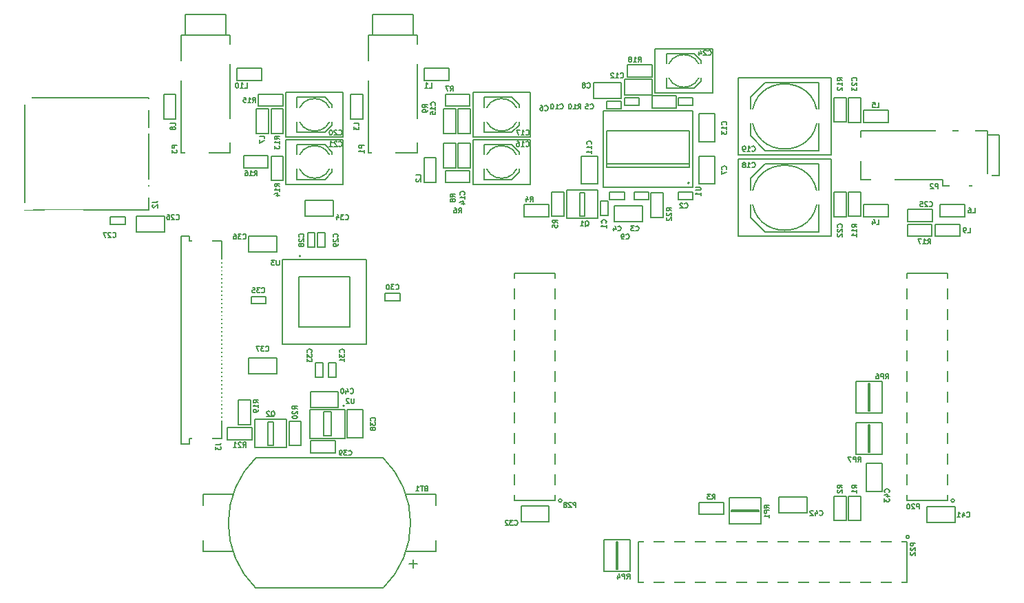
<source format=gbo>
%FSLAX34Y34*%
G04 Gerber Fmt 3.4, Leading zero omitted, Abs format*
G04 (created by PCBNEW (2014-03-01 BZR 4730)-product) date Tuesday, July 01, 2014 'PMt' 01:30:20 PM*
%MOIN*%
G01*
G70*
G90*
G04 APERTURE LIST*
%ADD10C,0.006000*%
%ADD11C,0.008000*%
%ADD12C,0.005906*%
%ADD13R,0.131984X0.171354*%
%ADD14R,0.030400X0.030400*%
%ADD15R,0.169400X0.069000*%
%ADD16R,0.045400X0.043400*%
%ADD17R,0.106400X0.069000*%
%ADD18R,0.043400X0.045400*%
%ADD19C,0.226472*%
%ADD20C,0.029622*%
%ADD21R,0.053244X0.017811*%
%ADD22R,0.037496X0.068992*%
%ADD23R,0.068992X0.100488*%
%ADD24R,0.043400X0.043400*%
%ADD25R,0.130016X0.045370*%
%ADD26R,0.045370X0.130016*%
%ADD27R,0.047339X0.031591*%
%ADD28R,0.041400X0.045400*%
%ADD29R,0.045400X0.041400*%
%ADD30C,0.061118*%
%ADD31R,0.025685X0.045370*%
%ADD32R,0.033559X0.045370*%
%ADD33R,0.045370X0.025685*%
%ADD34R,0.045370X0.033559*%
%ADD35R,0.051300X0.063100*%
%ADD36R,0.063100X0.051300*%
%ADD37C,0.130000*%
%ADD38C,0.068992*%
%ADD39C,0.088677*%
%ADD40C,0.163480*%
%ADD41R,0.116236X0.092614*%
%ADD42R,0.116236X0.116236*%
%ADD43C,0.072929*%
%ADD44R,0.092614X0.116236*%
%ADD45R,0.084740X0.116236*%
%ADD46R,0.039465X0.053244*%
%ADD47R,0.035528X0.031591*%
%ADD48R,0.039465X0.057181*%
%ADD49R,0.051276X0.035331*%
%ADD50R,0.041433X0.043402*%
%ADD51R,0.031591X0.033559*%
%ADD52R,0.035528X0.033559*%
%ADD53R,0.188283X0.022535*%
%ADD54R,0.023700X0.078800*%
%ADD55R,0.049300X0.029600*%
%ADD56R,0.013874X0.065055*%
%ADD57R,0.065055X0.013874*%
%ADD58R,0.222535X0.222535*%
G04 APERTURE END LIST*
G54D10*
X42913Y-64960D02*
X42519Y-64960D01*
X42716Y-64763D02*
X42716Y-65157D01*
X41273Y-59841D02*
G75*
G02X41274Y-66141I-3084J-3151D01*
G74*
G01*
X35104Y-66143D02*
G75*
G02X35103Y-59842I3084J3151D01*
G74*
G01*
X41274Y-66141D02*
X35103Y-66141D01*
X41274Y-59842D02*
X35103Y-59842D01*
X34000Y-61614D02*
X32559Y-61614D01*
X32559Y-61614D02*
X32559Y-64370D01*
X32559Y-64370D02*
X34000Y-64370D01*
X42377Y-61614D02*
X43818Y-61614D01*
X43818Y-61614D02*
X43818Y-64370D01*
X43818Y-64370D02*
X42377Y-64370D01*
X51787Y-48113D02*
X52149Y-48113D01*
X52149Y-48113D02*
X52149Y-47397D01*
X52149Y-47397D02*
X51787Y-47397D01*
X51787Y-47397D02*
X51787Y-48113D01*
X55547Y-46984D02*
X55547Y-47346D01*
X55547Y-47346D02*
X56263Y-47346D01*
X56263Y-47346D02*
X56263Y-46984D01*
X56263Y-46984D02*
X55547Y-46984D01*
X53421Y-46984D02*
X53421Y-47346D01*
X53421Y-47346D02*
X54137Y-47346D01*
X54137Y-47346D02*
X54137Y-46984D01*
X54137Y-46984D02*
X53421Y-46984D01*
X52956Y-47346D02*
X52956Y-46984D01*
X52956Y-46984D02*
X52240Y-46984D01*
X52240Y-46984D02*
X52240Y-47346D01*
X52240Y-47346D02*
X52956Y-47346D01*
X56263Y-42779D02*
X56263Y-42417D01*
X56263Y-42417D02*
X55547Y-42417D01*
X55547Y-42417D02*
X55547Y-42779D01*
X55547Y-42779D02*
X56263Y-42779D01*
X52082Y-42574D02*
X52082Y-42936D01*
X52082Y-42936D02*
X52798Y-42936D01*
X52798Y-42936D02*
X52798Y-42574D01*
X52798Y-42574D02*
X52082Y-42574D01*
X53665Y-42779D02*
X53665Y-42417D01*
X53665Y-42417D02*
X52949Y-42417D01*
X52949Y-42417D02*
X52949Y-42779D01*
X52949Y-42779D02*
X53665Y-42779D01*
X59054Y-48189D02*
X59054Y-46299D01*
X62362Y-48898D02*
X59763Y-48898D01*
X59763Y-45590D02*
X62362Y-45590D01*
X59054Y-46299D02*
X59763Y-45590D01*
X59054Y-48189D02*
X59763Y-48898D01*
X62362Y-45590D02*
X62362Y-48898D01*
X62283Y-47244D02*
G75*
G03X62283Y-47244I-1575J0D01*
G74*
G01*
X58454Y-49114D02*
X62962Y-49114D01*
X62962Y-49114D02*
X62962Y-45374D01*
X62962Y-45374D02*
X58454Y-45374D01*
X58454Y-45374D02*
X58454Y-49114D01*
X59054Y-44252D02*
X59054Y-42362D01*
X62362Y-44961D02*
X59763Y-44961D01*
X59763Y-41653D02*
X62362Y-41653D01*
X59054Y-42362D02*
X59763Y-41653D01*
X59054Y-44252D02*
X59763Y-44961D01*
X62362Y-41653D02*
X62362Y-44961D01*
X62283Y-43307D02*
G75*
G03X62283Y-43307I-1575J0D01*
G74*
G01*
X58454Y-45177D02*
X62962Y-45177D01*
X62962Y-45177D02*
X62962Y-41437D01*
X62962Y-41437D02*
X58454Y-41437D01*
X58454Y-41437D02*
X58454Y-45177D01*
X63680Y-48159D02*
X63680Y-46959D01*
X63680Y-46959D02*
X63090Y-46959D01*
X63090Y-46959D02*
X63090Y-48159D01*
X63090Y-48159D02*
X63680Y-48159D01*
X64389Y-43592D02*
X64389Y-42392D01*
X64389Y-42392D02*
X63799Y-42392D01*
X63799Y-42392D02*
X63799Y-43592D01*
X63799Y-43592D02*
X64389Y-43592D01*
X54438Y-42185D02*
X57214Y-42185D01*
X57214Y-42185D02*
X57214Y-40019D01*
X57214Y-40019D02*
X54438Y-40019D01*
X54438Y-40019D02*
X54438Y-42185D01*
X54980Y-40256D02*
X56318Y-40256D01*
X56672Y-41594D02*
X56672Y-40610D01*
X56318Y-41948D02*
X54980Y-41948D01*
X56672Y-41594D02*
X56318Y-41948D01*
X56672Y-40610D02*
X56318Y-40256D01*
X56613Y-41102D02*
G75*
G03X56613Y-41102I-787J0D01*
G74*
G01*
X54980Y-40256D02*
X54980Y-41948D01*
X67844Y-47815D02*
X66644Y-47815D01*
X66644Y-47815D02*
X66644Y-48405D01*
X66644Y-48405D02*
X67844Y-48405D01*
X67844Y-48405D02*
X67844Y-47815D01*
X28783Y-48527D02*
X28783Y-48165D01*
X28783Y-48165D02*
X28067Y-48165D01*
X28067Y-48165D02*
X28067Y-48527D01*
X28067Y-48527D02*
X28783Y-48527D01*
X37976Y-48933D02*
X37614Y-48933D01*
X37614Y-48933D02*
X37614Y-49649D01*
X37614Y-49649D02*
X37976Y-49649D01*
X37976Y-49649D02*
X37976Y-48933D01*
X38448Y-48933D02*
X38086Y-48933D01*
X38086Y-48933D02*
X38086Y-49649D01*
X38086Y-49649D02*
X38448Y-49649D01*
X38448Y-49649D02*
X38448Y-48933D01*
X42090Y-52228D02*
X42090Y-51866D01*
X42090Y-51866D02*
X41374Y-51866D01*
X41374Y-51866D02*
X41374Y-52228D01*
X41374Y-52228D02*
X42090Y-52228D01*
X38637Y-55948D02*
X38999Y-55948D01*
X38999Y-55948D02*
X38999Y-55232D01*
X38999Y-55232D02*
X38637Y-55232D01*
X38637Y-55232D02*
X38637Y-55948D01*
X38007Y-55948D02*
X38369Y-55948D01*
X38369Y-55948D02*
X38369Y-55232D01*
X38369Y-55232D02*
X38007Y-55232D01*
X38007Y-55232D02*
X38007Y-55948D01*
X34878Y-52023D02*
X34878Y-52385D01*
X34878Y-52385D02*
X35594Y-52385D01*
X35594Y-52385D02*
X35594Y-52023D01*
X35594Y-52023D02*
X34878Y-52023D01*
G54D11*
X37746Y-59586D02*
X38946Y-59586D01*
X38946Y-59586D02*
X38946Y-58996D01*
X38946Y-58996D02*
X37746Y-58996D01*
X37746Y-58996D02*
X37746Y-59586D01*
G54D10*
X31496Y-59153D02*
X31496Y-49114D01*
X31496Y-59153D02*
X31889Y-59153D01*
X31889Y-59153D02*
X31889Y-58917D01*
X31889Y-58917D02*
X33464Y-58917D01*
X31496Y-49114D02*
X31889Y-49114D01*
X31889Y-49114D02*
X31889Y-49350D01*
X31889Y-49350D02*
X33464Y-49350D01*
X33464Y-58917D02*
X33464Y-49350D01*
X64518Y-47579D02*
X64518Y-48169D01*
X64518Y-48169D02*
X65718Y-48169D01*
X65718Y-48169D02*
X65718Y-47579D01*
X65718Y-47579D02*
X64518Y-47579D01*
X64518Y-43012D02*
X64518Y-43602D01*
X64518Y-43602D02*
X65718Y-43602D01*
X65718Y-43602D02*
X65718Y-43012D01*
X65718Y-43012D02*
X64518Y-43012D01*
X68218Y-47579D02*
X68218Y-48169D01*
X68218Y-48169D02*
X69418Y-48169D01*
X69418Y-48169D02*
X69418Y-47579D01*
X69418Y-47579D02*
X68218Y-47579D01*
X67982Y-48523D02*
X67982Y-49113D01*
X67982Y-49113D02*
X69182Y-49113D01*
X69182Y-49113D02*
X69182Y-48523D01*
X69182Y-48523D02*
X67982Y-48523D01*
X68921Y-61909D02*
G75*
G03X68921Y-61909I-78J0D01*
G74*
G01*
X66637Y-61897D02*
X68606Y-61897D01*
X68606Y-61897D02*
X68606Y-50897D01*
X68606Y-50897D02*
X66637Y-50897D01*
X66637Y-50897D02*
X66637Y-61897D01*
X66736Y-63677D02*
G75*
G03X66736Y-63677I-78J0D01*
G74*
G01*
X66622Y-65881D02*
X66622Y-63913D01*
X66622Y-63913D02*
X53622Y-63913D01*
X53622Y-63913D02*
X53622Y-65881D01*
X53622Y-65881D02*
X66622Y-65881D01*
X49921Y-61909D02*
G75*
G03X49921Y-61909I-78J0D01*
G74*
G01*
X47637Y-61897D02*
X49606Y-61897D01*
X49606Y-61897D02*
X49606Y-50897D01*
X49606Y-50897D02*
X47637Y-50897D01*
X47637Y-50897D02*
X47637Y-61897D01*
X50147Y-48248D02*
X51663Y-48248D01*
X51663Y-48248D02*
X51663Y-46870D01*
X51663Y-46870D02*
X50147Y-46870D01*
X50147Y-46870D02*
X50147Y-48248D01*
X50787Y-48129D02*
X51023Y-48129D01*
X51023Y-48129D02*
X51023Y-46988D01*
X51023Y-46988D02*
X50787Y-46988D01*
X50787Y-46988D02*
X50787Y-48129D01*
X36584Y-57972D02*
X35068Y-57972D01*
X35068Y-57972D02*
X35068Y-59350D01*
X35068Y-59350D02*
X36584Y-59350D01*
X36584Y-59350D02*
X36584Y-57972D01*
X35944Y-58090D02*
X35708Y-58090D01*
X35708Y-58090D02*
X35708Y-59232D01*
X35708Y-59232D02*
X35944Y-59232D01*
X35944Y-59232D02*
X35944Y-58090D01*
X49291Y-47579D02*
X48109Y-47579D01*
X48109Y-47579D02*
X48109Y-48169D01*
X48109Y-48169D02*
X49291Y-48169D01*
X49291Y-48169D02*
X49291Y-47579D01*
X49429Y-46968D02*
X49429Y-48150D01*
X49429Y-48150D02*
X50019Y-48150D01*
X50019Y-48150D02*
X50019Y-46968D01*
X50019Y-46968D02*
X49429Y-46968D01*
X55472Y-42303D02*
X54290Y-42303D01*
X54290Y-42303D02*
X54290Y-42893D01*
X54290Y-42893D02*
X55472Y-42893D01*
X55472Y-42893D02*
X55472Y-42303D01*
X64389Y-48150D02*
X64389Y-46968D01*
X64389Y-46968D02*
X63799Y-46968D01*
X63799Y-46968D02*
X63799Y-48150D01*
X63799Y-48150D02*
X64389Y-48150D01*
X63680Y-43583D02*
X63680Y-42401D01*
X63680Y-42401D02*
X63090Y-42401D01*
X63090Y-42401D02*
X63090Y-43583D01*
X63090Y-43583D02*
X63680Y-43583D01*
X67835Y-48523D02*
X66653Y-48523D01*
X66653Y-48523D02*
X66653Y-49113D01*
X66653Y-49113D02*
X67835Y-49113D01*
X67835Y-49113D02*
X67835Y-48523D01*
X53109Y-41397D02*
X54291Y-41397D01*
X54291Y-41397D02*
X54291Y-40807D01*
X54291Y-40807D02*
X53109Y-40807D01*
X53109Y-40807D02*
X53109Y-41397D01*
X34271Y-57046D02*
X34271Y-58228D01*
X34271Y-58228D02*
X34861Y-58228D01*
X34861Y-58228D02*
X34861Y-57046D01*
X34861Y-57046D02*
X34271Y-57046D01*
X37302Y-59252D02*
X37302Y-58070D01*
X37302Y-58070D02*
X36712Y-58070D01*
X36712Y-58070D02*
X36712Y-59252D01*
X36712Y-59252D02*
X37302Y-59252D01*
X34921Y-58366D02*
X33739Y-58366D01*
X33739Y-58366D02*
X33739Y-58956D01*
X33739Y-58956D02*
X34921Y-58956D01*
X34921Y-58956D02*
X34921Y-58366D01*
X54822Y-48189D02*
X54822Y-47007D01*
X54822Y-47007D02*
X54232Y-47007D01*
X54232Y-47007D02*
X54232Y-48189D01*
X54232Y-48189D02*
X54822Y-48189D01*
X59547Y-63031D02*
X59547Y-61771D01*
X59547Y-61771D02*
X58011Y-61771D01*
X58011Y-61771D02*
X58011Y-63031D01*
X58011Y-63031D02*
X59547Y-63031D01*
X59448Y-62440D02*
X59448Y-62362D01*
X59448Y-62362D02*
X58110Y-62362D01*
X58110Y-62362D02*
X58110Y-62440D01*
X58110Y-62440D02*
X59448Y-62440D01*
X53228Y-63799D02*
X51968Y-63799D01*
X51968Y-63799D02*
X51968Y-65334D01*
X51968Y-65334D02*
X53228Y-65334D01*
X53228Y-65334D02*
X53228Y-63799D01*
X52637Y-63897D02*
X52559Y-63897D01*
X52559Y-63897D02*
X52559Y-65236D01*
X52559Y-65236D02*
X52637Y-65236D01*
X52637Y-65236D02*
X52637Y-63897D01*
X65433Y-56122D02*
X64173Y-56122D01*
X64173Y-56122D02*
X64173Y-57657D01*
X64173Y-57657D02*
X65433Y-57657D01*
X65433Y-57657D02*
X65433Y-56122D01*
X64842Y-56220D02*
X64763Y-56220D01*
X64763Y-56220D02*
X64763Y-57559D01*
X64763Y-57559D02*
X64842Y-57559D01*
X64842Y-57559D02*
X64842Y-56220D01*
X65433Y-58129D02*
X64173Y-58129D01*
X64173Y-58129D02*
X64173Y-59665D01*
X64173Y-59665D02*
X65433Y-59665D01*
X65433Y-59665D02*
X65433Y-58129D01*
X64842Y-58228D02*
X64763Y-58228D01*
X64763Y-58228D02*
X64763Y-59566D01*
X64763Y-59566D02*
X64842Y-59566D01*
X64842Y-59566D02*
X64842Y-58228D01*
X63799Y-61692D02*
X63799Y-62874D01*
X63799Y-62874D02*
X64389Y-62874D01*
X64389Y-62874D02*
X64389Y-61692D01*
X64389Y-61692D02*
X63799Y-61692D01*
X63090Y-61692D02*
X63090Y-62874D01*
X63090Y-62874D02*
X63680Y-62874D01*
X63680Y-62874D02*
X63680Y-61692D01*
X63680Y-61692D02*
X63090Y-61692D01*
X56574Y-62578D02*
X57756Y-62578D01*
X57756Y-62578D02*
X57756Y-61988D01*
X57756Y-61988D02*
X56574Y-61988D01*
X56574Y-61988D02*
X56574Y-62578D01*
X44901Y-44596D02*
X44901Y-45796D01*
X44901Y-45796D02*
X45491Y-45796D01*
X45491Y-45796D02*
X45491Y-44596D01*
X45491Y-44596D02*
X44901Y-44596D01*
X44901Y-42943D02*
X44901Y-44143D01*
X44901Y-44143D02*
X45491Y-44143D01*
X45491Y-44143D02*
X45491Y-42943D01*
X45491Y-42943D02*
X44901Y-42943D01*
X45619Y-46594D02*
X48395Y-46594D01*
X48395Y-46594D02*
X48395Y-44428D01*
X48395Y-44428D02*
X45619Y-44428D01*
X45619Y-44428D02*
X45619Y-46594D01*
X46161Y-44665D02*
X47499Y-44665D01*
X47853Y-46003D02*
X47853Y-45019D01*
X47499Y-46357D02*
X46161Y-46357D01*
X47853Y-46003D02*
X47499Y-46357D01*
X47853Y-45019D02*
X47499Y-44665D01*
X47794Y-45511D02*
G75*
G03X47794Y-45511I-787J0D01*
G74*
G01*
X46161Y-44665D02*
X46161Y-46357D01*
X45619Y-44311D02*
X48395Y-44311D01*
X48395Y-44311D02*
X48395Y-42145D01*
X48395Y-42145D02*
X45619Y-42145D01*
X45619Y-42145D02*
X45619Y-44311D01*
X46161Y-42382D02*
X47499Y-42382D01*
X47853Y-43720D02*
X47853Y-42736D01*
X47499Y-44074D02*
X46161Y-44074D01*
X47853Y-43720D02*
X47499Y-44074D01*
X47853Y-42736D02*
X47499Y-42382D01*
X47794Y-43228D02*
G75*
G03X47794Y-43228I-787J0D01*
G74*
G01*
X46161Y-42382D02*
X46161Y-44074D01*
X36564Y-44311D02*
X39340Y-44311D01*
X39340Y-44311D02*
X39340Y-42145D01*
X39340Y-42145D02*
X36564Y-42145D01*
X36564Y-42145D02*
X36564Y-44311D01*
X37106Y-42382D02*
X38444Y-42382D01*
X38798Y-43720D02*
X38798Y-42736D01*
X38444Y-44074D02*
X37106Y-44074D01*
X38798Y-43720D02*
X38444Y-44074D01*
X38798Y-42736D02*
X38444Y-42382D01*
X38739Y-43228D02*
G75*
G03X38739Y-43228I-787J0D01*
G74*
G01*
X37106Y-42382D02*
X37106Y-44074D01*
X36564Y-46594D02*
X39340Y-46594D01*
X39340Y-46594D02*
X39340Y-44428D01*
X39340Y-44428D02*
X36564Y-44428D01*
X36564Y-44428D02*
X36564Y-46594D01*
X37106Y-44665D02*
X38444Y-44665D01*
X38798Y-46003D02*
X38798Y-45019D01*
X38444Y-46357D02*
X37106Y-46357D01*
X38798Y-46003D02*
X38444Y-46357D01*
X38798Y-45019D02*
X38444Y-44665D01*
X38739Y-45511D02*
G75*
G03X38739Y-45511I-787J0D01*
G74*
G01*
X37106Y-44665D02*
X37106Y-46357D01*
X44458Y-41554D02*
X44458Y-40964D01*
X44458Y-40964D02*
X43258Y-40964D01*
X43258Y-40964D02*
X43258Y-41554D01*
X43258Y-41554D02*
X44458Y-41554D01*
X43838Y-45305D02*
X43248Y-45305D01*
X43248Y-45305D02*
X43248Y-46505D01*
X43248Y-46505D02*
X43838Y-46505D01*
X43838Y-46505D02*
X43838Y-45305D01*
X40295Y-42234D02*
X39705Y-42234D01*
X39705Y-42234D02*
X39705Y-43434D01*
X39705Y-43434D02*
X40295Y-43434D01*
X40295Y-43434D02*
X40295Y-42234D01*
X35728Y-42943D02*
X35138Y-42943D01*
X35138Y-42943D02*
X35138Y-44143D01*
X35138Y-44143D02*
X35728Y-44143D01*
X35728Y-44143D02*
X35728Y-42943D01*
X30649Y-43434D02*
X31239Y-43434D01*
X31239Y-43434D02*
X31239Y-42234D01*
X31239Y-42234D02*
X30649Y-42234D01*
X30649Y-42234D02*
X30649Y-43434D01*
X35403Y-41554D02*
X35403Y-40964D01*
X35403Y-40964D02*
X34203Y-40964D01*
X34203Y-40964D02*
X34203Y-41554D01*
X34203Y-41554D02*
X35403Y-41554D01*
X45472Y-45925D02*
X44290Y-45925D01*
X44290Y-45925D02*
X44290Y-46515D01*
X44290Y-46515D02*
X45472Y-46515D01*
X45472Y-46515D02*
X45472Y-45925D01*
X45472Y-42224D02*
X44290Y-42224D01*
X44290Y-42224D02*
X44290Y-42814D01*
X44290Y-42814D02*
X45472Y-42814D01*
X45472Y-42814D02*
X45472Y-42224D01*
X44193Y-44605D02*
X44193Y-45787D01*
X44193Y-45787D02*
X44783Y-45787D01*
X44783Y-45787D02*
X44783Y-44605D01*
X44783Y-44605D02*
X44193Y-44605D01*
X44193Y-42952D02*
X44193Y-44134D01*
X44193Y-44134D02*
X44783Y-44134D01*
X44783Y-44134D02*
X44783Y-42952D01*
X44783Y-42952D02*
X44193Y-42952D01*
X36436Y-44134D02*
X36436Y-42952D01*
X36436Y-42952D02*
X35846Y-42952D01*
X35846Y-42952D02*
X35846Y-44134D01*
X35846Y-44134D02*
X36436Y-44134D01*
X35846Y-45235D02*
X35846Y-46417D01*
X35846Y-46417D02*
X36436Y-46417D01*
X36436Y-46417D02*
X36436Y-45235D01*
X36436Y-45235D02*
X35846Y-45235D01*
X35235Y-42814D02*
X36417Y-42814D01*
X36417Y-42814D02*
X36417Y-42224D01*
X36417Y-42224D02*
X35235Y-42224D01*
X35235Y-42224D02*
X35235Y-42814D01*
X34527Y-45806D02*
X35709Y-45806D01*
X35709Y-45806D02*
X35709Y-45216D01*
X35709Y-45216D02*
X34527Y-45216D01*
X34527Y-45216D02*
X34527Y-45806D01*
X68946Y-62214D02*
X67588Y-62214D01*
X67588Y-62214D02*
X67588Y-62982D01*
X67588Y-62982D02*
X68946Y-62982D01*
X68946Y-62982D02*
X68946Y-62214D01*
X37746Y-57391D02*
X39104Y-57391D01*
X39104Y-57391D02*
X39104Y-56623D01*
X39104Y-56623D02*
X37746Y-56623D01*
X37746Y-56623D02*
X37746Y-57391D01*
X39537Y-57509D02*
X39537Y-58867D01*
X39537Y-58867D02*
X40305Y-58867D01*
X40305Y-58867D02*
X40305Y-57509D01*
X40305Y-57509D02*
X39537Y-57509D01*
X36112Y-55009D02*
X34754Y-55009D01*
X34754Y-55009D02*
X34754Y-55777D01*
X34754Y-55777D02*
X36112Y-55777D01*
X36112Y-55777D02*
X36112Y-55009D01*
X36112Y-49104D02*
X34754Y-49104D01*
X34754Y-49104D02*
X34754Y-49872D01*
X34754Y-49872D02*
X36112Y-49872D01*
X36112Y-49872D02*
X36112Y-49104D01*
X38867Y-47371D02*
X37509Y-47371D01*
X37509Y-47371D02*
X37509Y-48139D01*
X37509Y-48139D02*
X38867Y-48139D01*
X38867Y-48139D02*
X38867Y-47371D01*
X49301Y-62175D02*
X47943Y-62175D01*
X47943Y-62175D02*
X47943Y-62943D01*
X47943Y-62943D02*
X49301Y-62943D01*
X49301Y-62943D02*
X49301Y-62175D01*
X29321Y-48887D02*
X30679Y-48887D01*
X30679Y-48887D02*
X30679Y-48119D01*
X30679Y-48119D02*
X29321Y-48119D01*
X29321Y-48119D02*
X29321Y-48887D01*
X56545Y-43179D02*
X56545Y-44537D01*
X56545Y-44537D02*
X57313Y-44537D01*
X57313Y-44537D02*
X57313Y-43179D01*
X57313Y-43179D02*
X56545Y-43179D01*
X52943Y-42273D02*
X54301Y-42273D01*
X54301Y-42273D02*
X54301Y-41505D01*
X54301Y-41505D02*
X52943Y-41505D01*
X52943Y-41505D02*
X52943Y-42273D01*
X51643Y-46584D02*
X51643Y-45226D01*
X51643Y-45226D02*
X50875Y-45226D01*
X50875Y-45226D02*
X50875Y-46584D01*
X50875Y-46584D02*
X51643Y-46584D01*
X53828Y-47647D02*
X52470Y-47647D01*
X52470Y-47647D02*
X52470Y-48415D01*
X52470Y-48415D02*
X53828Y-48415D01*
X53828Y-48415D02*
X53828Y-47647D01*
X52804Y-41663D02*
X51446Y-41663D01*
X51446Y-41663D02*
X51446Y-42431D01*
X51446Y-42431D02*
X52804Y-42431D01*
X52804Y-42431D02*
X52804Y-41663D01*
X57313Y-46584D02*
X57313Y-45226D01*
X57313Y-45226D02*
X56545Y-45226D01*
X56545Y-45226D02*
X56545Y-46584D01*
X56545Y-46584D02*
X57313Y-46584D01*
X60423Y-62509D02*
X61781Y-62509D01*
X61781Y-62509D02*
X61781Y-61741D01*
X61781Y-61741D02*
X60423Y-61741D01*
X60423Y-61741D02*
X60423Y-62509D01*
X64655Y-60108D02*
X64655Y-61466D01*
X64655Y-61466D02*
X65423Y-61466D01*
X65423Y-61466D02*
X65423Y-60108D01*
X65423Y-60108D02*
X64655Y-60108D01*
X31496Y-39370D02*
X31496Y-45078D01*
X31496Y-45078D02*
X33858Y-45078D01*
X33858Y-45078D02*
X33858Y-39370D01*
X33858Y-39370D02*
X31496Y-39370D01*
X31692Y-39370D02*
X31692Y-38385D01*
X31692Y-38385D02*
X33661Y-38385D01*
X33661Y-38385D02*
X33661Y-39370D01*
X40551Y-39370D02*
X40551Y-45078D01*
X40551Y-45078D02*
X42913Y-45078D01*
X42913Y-45078D02*
X42913Y-39370D01*
X42913Y-39370D02*
X40551Y-39370D01*
X40748Y-39370D02*
X40748Y-38385D01*
X40748Y-38385D02*
X42716Y-38385D01*
X42716Y-38385D02*
X42716Y-39370D01*
X64409Y-46377D02*
X68346Y-46377D01*
X68346Y-46377D02*
X68346Y-46653D01*
X68346Y-46653D02*
X70511Y-46653D01*
X64409Y-44015D02*
X64409Y-46377D01*
X70511Y-44015D02*
X64409Y-44015D01*
X70511Y-44015D02*
X70511Y-46653D01*
X70511Y-44212D02*
X71102Y-44212D01*
X71102Y-44212D02*
X71102Y-46181D01*
X71102Y-46181D02*
X70511Y-46181D01*
X23937Y-47839D02*
X29921Y-47839D01*
X23937Y-42396D02*
X23937Y-47839D01*
X29921Y-42396D02*
X23937Y-42396D01*
X29921Y-47839D02*
X29921Y-42396D01*
X56096Y-46529D02*
G75*
G03X56096Y-46529I-39J0D01*
G74*
G01*
X56102Y-45590D02*
X52086Y-45590D01*
X56259Y-46722D02*
X56259Y-43040D01*
X56259Y-43040D02*
X51929Y-43040D01*
X51929Y-43040D02*
X51929Y-46722D01*
X51929Y-46722D02*
X56259Y-46722D01*
X56102Y-45767D02*
X56102Y-43995D01*
X56102Y-43995D02*
X52086Y-43995D01*
X52086Y-43995D02*
X52086Y-45767D01*
X52086Y-45767D02*
X56102Y-45767D01*
X38769Y-57617D02*
X38395Y-57617D01*
X38395Y-57617D02*
X38395Y-58759D01*
X38395Y-58759D02*
X38769Y-58759D01*
X38769Y-58759D02*
X38769Y-57617D01*
X39400Y-57314D02*
G75*
G03X39400Y-57314I-39J0D01*
G74*
G01*
X39428Y-57489D02*
X37736Y-57489D01*
X37736Y-57489D02*
X37736Y-58887D01*
X37736Y-58887D02*
X39428Y-58887D01*
X39428Y-58887D02*
X39428Y-57489D01*
G54D12*
X37283Y-50078D02*
G75*
G03X37283Y-50078I-39J0D01*
G74*
G01*
X36377Y-50236D02*
X40472Y-50236D01*
X40472Y-50236D02*
X40472Y-54330D01*
X40472Y-54330D02*
X36377Y-54330D01*
X36377Y-54330D02*
X36377Y-50236D01*
X37204Y-51062D02*
X39645Y-51062D01*
X39645Y-51062D02*
X39645Y-53503D01*
X39645Y-53503D02*
X37204Y-53503D01*
X37204Y-53503D02*
X37204Y-51062D01*
G54D10*
X43338Y-61321D02*
X43303Y-61332D01*
X43292Y-61344D01*
X43281Y-61367D01*
X43281Y-61401D01*
X43292Y-61424D01*
X43303Y-61435D01*
X43326Y-61447D01*
X43418Y-61447D01*
X43418Y-61207D01*
X43338Y-61207D01*
X43315Y-61218D01*
X43303Y-61230D01*
X43292Y-61252D01*
X43292Y-61275D01*
X43303Y-61298D01*
X43315Y-61310D01*
X43338Y-61321D01*
X43418Y-61321D01*
X43212Y-61207D02*
X43075Y-61207D01*
X43143Y-61447D02*
X43143Y-61207D01*
X42869Y-61447D02*
X43006Y-61447D01*
X42938Y-61447D02*
X42938Y-61207D01*
X42961Y-61241D01*
X42983Y-61264D01*
X43006Y-61275D01*
X52054Y-48463D02*
X52065Y-48452D01*
X52077Y-48418D01*
X52077Y-48395D01*
X52065Y-48361D01*
X52042Y-48338D01*
X52019Y-48326D01*
X51974Y-48315D01*
X51939Y-48315D01*
X51894Y-48326D01*
X51871Y-48338D01*
X51848Y-48361D01*
X51837Y-48395D01*
X51837Y-48418D01*
X51848Y-48452D01*
X51859Y-48463D01*
X52077Y-48692D02*
X52077Y-48555D01*
X52077Y-48623D02*
X51837Y-48623D01*
X51871Y-48601D01*
X51894Y-48578D01*
X51905Y-48555D01*
X55866Y-47723D02*
X55878Y-47734D01*
X55912Y-47746D01*
X55935Y-47746D01*
X55969Y-47734D01*
X55992Y-47712D01*
X56003Y-47689D01*
X56015Y-47643D01*
X56015Y-47609D01*
X56003Y-47563D01*
X55992Y-47540D01*
X55969Y-47517D01*
X55935Y-47506D01*
X55912Y-47506D01*
X55878Y-47517D01*
X55866Y-47529D01*
X55775Y-47529D02*
X55763Y-47517D01*
X55741Y-47506D01*
X55683Y-47506D01*
X55661Y-47517D01*
X55649Y-47529D01*
X55638Y-47552D01*
X55638Y-47574D01*
X55649Y-47609D01*
X55786Y-47746D01*
X55638Y-47746D01*
X53504Y-48825D02*
X53515Y-48837D01*
X53550Y-48848D01*
X53573Y-48848D01*
X53607Y-48837D01*
X53630Y-48814D01*
X53641Y-48791D01*
X53653Y-48745D01*
X53653Y-48711D01*
X53641Y-48665D01*
X53630Y-48643D01*
X53607Y-48620D01*
X53573Y-48608D01*
X53550Y-48608D01*
X53515Y-48620D01*
X53504Y-48631D01*
X53424Y-48608D02*
X53275Y-48608D01*
X53355Y-48700D01*
X53321Y-48700D01*
X53298Y-48711D01*
X53287Y-48723D01*
X53275Y-48745D01*
X53275Y-48803D01*
X53287Y-48825D01*
X53298Y-48837D01*
X53321Y-48848D01*
X53390Y-48848D01*
X53413Y-48837D01*
X53424Y-48825D01*
X52638Y-48825D02*
X52649Y-48837D01*
X52684Y-48848D01*
X52706Y-48848D01*
X52741Y-48837D01*
X52764Y-48814D01*
X52775Y-48791D01*
X52786Y-48745D01*
X52786Y-48711D01*
X52775Y-48665D01*
X52764Y-48643D01*
X52741Y-48620D01*
X52706Y-48608D01*
X52684Y-48608D01*
X52649Y-48620D01*
X52638Y-48631D01*
X52432Y-48688D02*
X52432Y-48848D01*
X52489Y-48597D02*
X52546Y-48768D01*
X52398Y-48768D01*
X51299Y-42920D02*
X51311Y-42931D01*
X51345Y-42943D01*
X51368Y-42943D01*
X51402Y-42931D01*
X51425Y-42908D01*
X51436Y-42886D01*
X51448Y-42840D01*
X51448Y-42806D01*
X51436Y-42760D01*
X51425Y-42737D01*
X51402Y-42714D01*
X51368Y-42703D01*
X51345Y-42703D01*
X51311Y-42714D01*
X51299Y-42726D01*
X51082Y-42703D02*
X51196Y-42703D01*
X51208Y-42817D01*
X51196Y-42806D01*
X51174Y-42794D01*
X51116Y-42794D01*
X51094Y-42806D01*
X51082Y-42817D01*
X51071Y-42840D01*
X51071Y-42897D01*
X51082Y-42920D01*
X51094Y-42931D01*
X51116Y-42943D01*
X51174Y-42943D01*
X51196Y-42931D01*
X51208Y-42920D01*
X49095Y-42999D02*
X49106Y-43010D01*
X49140Y-43021D01*
X49163Y-43021D01*
X49197Y-43010D01*
X49220Y-42987D01*
X49232Y-42964D01*
X49243Y-42919D01*
X49243Y-42884D01*
X49232Y-42839D01*
X49220Y-42816D01*
X49197Y-42793D01*
X49163Y-42781D01*
X49140Y-42781D01*
X49106Y-42793D01*
X49095Y-42804D01*
X48889Y-42781D02*
X48935Y-42781D01*
X48957Y-42793D01*
X48969Y-42804D01*
X48992Y-42839D01*
X49003Y-42884D01*
X49003Y-42976D01*
X48992Y-42999D01*
X48980Y-43010D01*
X48957Y-43021D01*
X48912Y-43021D01*
X48889Y-43010D01*
X48877Y-42999D01*
X48866Y-42976D01*
X48866Y-42919D01*
X48877Y-42896D01*
X48889Y-42884D01*
X48912Y-42873D01*
X48957Y-42873D01*
X48980Y-42884D01*
X48992Y-42896D01*
X49003Y-42919D01*
X49839Y-42920D02*
X49850Y-42931D01*
X49885Y-42943D01*
X49907Y-42943D01*
X49942Y-42931D01*
X49965Y-42908D01*
X49976Y-42886D01*
X49987Y-42840D01*
X49987Y-42806D01*
X49976Y-42760D01*
X49965Y-42737D01*
X49942Y-42714D01*
X49907Y-42703D01*
X49885Y-42703D01*
X49850Y-42714D01*
X49839Y-42726D01*
X49610Y-42943D02*
X49747Y-42943D01*
X49679Y-42943D02*
X49679Y-42703D01*
X49702Y-42737D01*
X49725Y-42760D01*
X49747Y-42771D01*
X49462Y-42703D02*
X49439Y-42703D01*
X49416Y-42714D01*
X49405Y-42726D01*
X49393Y-42748D01*
X49382Y-42794D01*
X49382Y-42851D01*
X49393Y-42897D01*
X49405Y-42920D01*
X49416Y-42931D01*
X49439Y-42943D01*
X49462Y-42943D01*
X49485Y-42931D01*
X49496Y-42920D01*
X49507Y-42897D01*
X49519Y-42851D01*
X49519Y-42794D01*
X49507Y-42748D01*
X49496Y-42726D01*
X49485Y-42714D01*
X49462Y-42703D01*
X59130Y-45755D02*
X59142Y-45766D01*
X59176Y-45777D01*
X59199Y-45777D01*
X59233Y-45766D01*
X59256Y-45743D01*
X59267Y-45720D01*
X59279Y-45675D01*
X59279Y-45640D01*
X59267Y-45595D01*
X59256Y-45572D01*
X59233Y-45549D01*
X59199Y-45537D01*
X59176Y-45537D01*
X59142Y-45549D01*
X59130Y-45560D01*
X58902Y-45777D02*
X59039Y-45777D01*
X58970Y-45777D02*
X58970Y-45537D01*
X58993Y-45572D01*
X59016Y-45595D01*
X59039Y-45606D01*
X58764Y-45640D02*
X58787Y-45629D01*
X58799Y-45617D01*
X58810Y-45595D01*
X58810Y-45583D01*
X58799Y-45560D01*
X58787Y-45549D01*
X58764Y-45537D01*
X58719Y-45537D01*
X58696Y-45549D01*
X58684Y-45560D01*
X58673Y-45583D01*
X58673Y-45595D01*
X58684Y-45617D01*
X58696Y-45629D01*
X58719Y-45640D01*
X58764Y-45640D01*
X58787Y-45652D01*
X58799Y-45663D01*
X58810Y-45686D01*
X58810Y-45732D01*
X58799Y-45755D01*
X58787Y-45766D01*
X58764Y-45777D01*
X58719Y-45777D01*
X58696Y-45766D01*
X58684Y-45755D01*
X58673Y-45732D01*
X58673Y-45686D01*
X58684Y-45663D01*
X58696Y-45652D01*
X58719Y-45640D01*
X59130Y-44967D02*
X59142Y-44979D01*
X59176Y-44990D01*
X59199Y-44990D01*
X59233Y-44979D01*
X59256Y-44956D01*
X59267Y-44933D01*
X59279Y-44887D01*
X59279Y-44853D01*
X59267Y-44807D01*
X59256Y-44784D01*
X59233Y-44761D01*
X59199Y-44750D01*
X59176Y-44750D01*
X59142Y-44761D01*
X59130Y-44773D01*
X58902Y-44990D02*
X59039Y-44990D01*
X58970Y-44990D02*
X58970Y-44750D01*
X58993Y-44784D01*
X59016Y-44807D01*
X59039Y-44819D01*
X58787Y-44990D02*
X58742Y-44990D01*
X58719Y-44979D01*
X58707Y-44967D01*
X58684Y-44933D01*
X58673Y-44887D01*
X58673Y-44796D01*
X58684Y-44773D01*
X58696Y-44761D01*
X58719Y-44750D01*
X58764Y-44750D01*
X58787Y-44761D01*
X58799Y-44773D01*
X58810Y-44796D01*
X58810Y-44853D01*
X58799Y-44876D01*
X58787Y-44887D01*
X58764Y-44899D01*
X58719Y-44899D01*
X58696Y-44887D01*
X58684Y-44876D01*
X58673Y-44853D01*
X63471Y-48664D02*
X63482Y-48653D01*
X63494Y-48618D01*
X63494Y-48596D01*
X63482Y-48561D01*
X63460Y-48538D01*
X63437Y-48527D01*
X63391Y-48516D01*
X63357Y-48516D01*
X63311Y-48527D01*
X63288Y-48538D01*
X63265Y-48561D01*
X63254Y-48596D01*
X63254Y-48618D01*
X63265Y-48653D01*
X63277Y-48664D01*
X63277Y-48756D02*
X63265Y-48767D01*
X63254Y-48790D01*
X63254Y-48847D01*
X63265Y-48870D01*
X63277Y-48881D01*
X63300Y-48893D01*
X63322Y-48893D01*
X63357Y-48881D01*
X63494Y-48744D01*
X63494Y-48893D01*
X63277Y-48984D02*
X63265Y-48996D01*
X63254Y-49018D01*
X63254Y-49076D01*
X63265Y-49098D01*
X63277Y-49110D01*
X63300Y-49121D01*
X63322Y-49121D01*
X63357Y-49110D01*
X63494Y-48973D01*
X63494Y-49121D01*
X64180Y-41577D02*
X64191Y-41566D01*
X64203Y-41532D01*
X64203Y-41509D01*
X64191Y-41475D01*
X64168Y-41452D01*
X64145Y-41440D01*
X64100Y-41429D01*
X64065Y-41429D01*
X64020Y-41440D01*
X63997Y-41452D01*
X63974Y-41475D01*
X63963Y-41509D01*
X63963Y-41532D01*
X63974Y-41566D01*
X63985Y-41577D01*
X63985Y-41669D02*
X63974Y-41680D01*
X63963Y-41703D01*
X63963Y-41760D01*
X63974Y-41783D01*
X63985Y-41795D01*
X64008Y-41806D01*
X64031Y-41806D01*
X64065Y-41795D01*
X64203Y-41657D01*
X64203Y-41806D01*
X63963Y-41886D02*
X63963Y-42035D01*
X64054Y-41955D01*
X64054Y-41989D01*
X64065Y-42012D01*
X64077Y-42023D01*
X64100Y-42035D01*
X64157Y-42035D01*
X64180Y-42023D01*
X64191Y-42012D01*
X64203Y-41989D01*
X64203Y-41920D01*
X64191Y-41897D01*
X64180Y-41886D01*
X57004Y-40321D02*
X57016Y-40333D01*
X57050Y-40344D01*
X57073Y-40344D01*
X57107Y-40333D01*
X57130Y-40310D01*
X57141Y-40287D01*
X57153Y-40241D01*
X57153Y-40207D01*
X57141Y-40161D01*
X57130Y-40139D01*
X57107Y-40116D01*
X57073Y-40104D01*
X57050Y-40104D01*
X57016Y-40116D01*
X57004Y-40127D01*
X56913Y-40127D02*
X56901Y-40116D01*
X56878Y-40104D01*
X56821Y-40104D01*
X56798Y-40116D01*
X56787Y-40127D01*
X56776Y-40150D01*
X56776Y-40173D01*
X56787Y-40207D01*
X56924Y-40344D01*
X56776Y-40344D01*
X56570Y-40184D02*
X56570Y-40344D01*
X56627Y-40093D02*
X56684Y-40264D01*
X56536Y-40264D01*
X67713Y-47644D02*
X67724Y-47656D01*
X67759Y-47667D01*
X67781Y-47667D01*
X67816Y-47656D01*
X67839Y-47633D01*
X67850Y-47610D01*
X67861Y-47564D01*
X67861Y-47530D01*
X67850Y-47484D01*
X67839Y-47461D01*
X67816Y-47439D01*
X67781Y-47427D01*
X67759Y-47427D01*
X67724Y-47439D01*
X67713Y-47450D01*
X67621Y-47450D02*
X67610Y-47439D01*
X67587Y-47427D01*
X67530Y-47427D01*
X67507Y-47439D01*
X67496Y-47450D01*
X67484Y-47473D01*
X67484Y-47496D01*
X67496Y-47530D01*
X67633Y-47667D01*
X67484Y-47667D01*
X67267Y-47427D02*
X67381Y-47427D01*
X67393Y-47541D01*
X67381Y-47530D01*
X67359Y-47519D01*
X67301Y-47519D01*
X67279Y-47530D01*
X67267Y-47541D01*
X67256Y-47564D01*
X67256Y-47621D01*
X67267Y-47644D01*
X67279Y-47656D01*
X67301Y-47667D01*
X67359Y-47667D01*
X67381Y-47656D01*
X67393Y-47644D01*
X28185Y-49140D02*
X28197Y-49152D01*
X28231Y-49163D01*
X28254Y-49163D01*
X28288Y-49152D01*
X28311Y-49129D01*
X28322Y-49106D01*
X28334Y-49060D01*
X28334Y-49026D01*
X28322Y-48980D01*
X28311Y-48957D01*
X28288Y-48935D01*
X28254Y-48923D01*
X28231Y-48923D01*
X28197Y-48935D01*
X28185Y-48946D01*
X28094Y-48946D02*
X28082Y-48935D01*
X28060Y-48923D01*
X28002Y-48923D01*
X27980Y-48935D01*
X27968Y-48946D01*
X27957Y-48969D01*
X27957Y-48992D01*
X27968Y-49026D01*
X28105Y-49163D01*
X27957Y-49163D01*
X27877Y-48923D02*
X27717Y-48923D01*
X27820Y-49163D01*
X37408Y-49137D02*
X37419Y-49125D01*
X37431Y-49091D01*
X37431Y-49068D01*
X37419Y-49034D01*
X37397Y-49011D01*
X37374Y-48999D01*
X37328Y-48988D01*
X37294Y-48988D01*
X37248Y-48999D01*
X37225Y-49011D01*
X37202Y-49034D01*
X37191Y-49068D01*
X37191Y-49091D01*
X37202Y-49125D01*
X37214Y-49137D01*
X37214Y-49228D02*
X37202Y-49239D01*
X37191Y-49262D01*
X37191Y-49319D01*
X37202Y-49342D01*
X37214Y-49354D01*
X37237Y-49365D01*
X37259Y-49365D01*
X37294Y-49354D01*
X37431Y-49217D01*
X37431Y-49365D01*
X37294Y-49502D02*
X37282Y-49479D01*
X37271Y-49468D01*
X37248Y-49457D01*
X37237Y-49457D01*
X37214Y-49468D01*
X37202Y-49479D01*
X37191Y-49502D01*
X37191Y-49548D01*
X37202Y-49571D01*
X37214Y-49582D01*
X37237Y-49594D01*
X37248Y-49594D01*
X37271Y-49582D01*
X37282Y-49571D01*
X37294Y-49548D01*
X37294Y-49502D01*
X37305Y-49479D01*
X37317Y-49468D01*
X37339Y-49457D01*
X37385Y-49457D01*
X37408Y-49468D01*
X37419Y-49479D01*
X37431Y-49502D01*
X37431Y-49548D01*
X37419Y-49571D01*
X37408Y-49582D01*
X37385Y-49594D01*
X37339Y-49594D01*
X37317Y-49582D01*
X37305Y-49571D01*
X37294Y-49548D01*
X39062Y-49137D02*
X39073Y-49125D01*
X39084Y-49091D01*
X39084Y-49068D01*
X39073Y-49034D01*
X39050Y-49011D01*
X39027Y-48999D01*
X38982Y-48988D01*
X38947Y-48988D01*
X38902Y-48999D01*
X38879Y-49011D01*
X38856Y-49034D01*
X38844Y-49068D01*
X38844Y-49091D01*
X38856Y-49125D01*
X38867Y-49137D01*
X38867Y-49228D02*
X38856Y-49239D01*
X38844Y-49262D01*
X38844Y-49319D01*
X38856Y-49342D01*
X38867Y-49354D01*
X38890Y-49365D01*
X38913Y-49365D01*
X38947Y-49354D01*
X39084Y-49217D01*
X39084Y-49365D01*
X39084Y-49479D02*
X39084Y-49525D01*
X39073Y-49548D01*
X39062Y-49559D01*
X39027Y-49582D01*
X38982Y-49594D01*
X38890Y-49594D01*
X38867Y-49582D01*
X38856Y-49571D01*
X38844Y-49548D01*
X38844Y-49502D01*
X38856Y-49479D01*
X38867Y-49468D01*
X38890Y-49457D01*
X38947Y-49457D01*
X38970Y-49468D01*
X38982Y-49479D01*
X38993Y-49502D01*
X38993Y-49548D01*
X38982Y-49571D01*
X38970Y-49582D01*
X38947Y-49594D01*
X41886Y-51660D02*
X41897Y-51671D01*
X41932Y-51683D01*
X41955Y-51683D01*
X41989Y-51671D01*
X42012Y-51649D01*
X42023Y-51626D01*
X42035Y-51580D01*
X42035Y-51546D01*
X42023Y-51500D01*
X42012Y-51477D01*
X41989Y-51454D01*
X41955Y-51443D01*
X41932Y-51443D01*
X41897Y-51454D01*
X41886Y-51466D01*
X41806Y-51443D02*
X41657Y-51443D01*
X41737Y-51534D01*
X41703Y-51534D01*
X41680Y-51546D01*
X41669Y-51557D01*
X41657Y-51580D01*
X41657Y-51637D01*
X41669Y-51660D01*
X41680Y-51671D01*
X41703Y-51683D01*
X41772Y-51683D01*
X41795Y-51671D01*
X41806Y-51660D01*
X41509Y-51443D02*
X41486Y-51443D01*
X41463Y-51454D01*
X41452Y-51466D01*
X41440Y-51489D01*
X41429Y-51534D01*
X41429Y-51591D01*
X41440Y-51637D01*
X41452Y-51660D01*
X41463Y-51671D01*
X41486Y-51683D01*
X41509Y-51683D01*
X41532Y-51671D01*
X41543Y-51660D01*
X41555Y-51637D01*
X41566Y-51591D01*
X41566Y-51534D01*
X41555Y-51489D01*
X41543Y-51466D01*
X41532Y-51454D01*
X41509Y-51443D01*
X39377Y-54727D02*
X39388Y-54716D01*
X39399Y-54681D01*
X39399Y-54659D01*
X39388Y-54624D01*
X39365Y-54601D01*
X39342Y-54590D01*
X39297Y-54579D01*
X39262Y-54579D01*
X39217Y-54590D01*
X39194Y-54601D01*
X39171Y-54624D01*
X39159Y-54659D01*
X39159Y-54681D01*
X39171Y-54716D01*
X39182Y-54727D01*
X39159Y-54807D02*
X39159Y-54956D01*
X39251Y-54876D01*
X39251Y-54910D01*
X39262Y-54933D01*
X39274Y-54944D01*
X39297Y-54956D01*
X39354Y-54956D01*
X39377Y-54944D01*
X39388Y-54933D01*
X39399Y-54910D01*
X39399Y-54841D01*
X39388Y-54819D01*
X39377Y-54807D01*
X39399Y-55184D02*
X39399Y-55047D01*
X39399Y-55116D02*
X39159Y-55116D01*
X39194Y-55093D01*
X39217Y-55070D01*
X39228Y-55047D01*
X37802Y-54727D02*
X37813Y-54716D01*
X37825Y-54681D01*
X37825Y-54659D01*
X37813Y-54624D01*
X37790Y-54601D01*
X37767Y-54590D01*
X37722Y-54579D01*
X37687Y-54579D01*
X37642Y-54590D01*
X37619Y-54601D01*
X37596Y-54624D01*
X37585Y-54659D01*
X37585Y-54681D01*
X37596Y-54716D01*
X37607Y-54727D01*
X37585Y-54807D02*
X37585Y-54956D01*
X37676Y-54876D01*
X37676Y-54910D01*
X37687Y-54933D01*
X37699Y-54944D01*
X37722Y-54956D01*
X37779Y-54956D01*
X37802Y-54944D01*
X37813Y-54933D01*
X37825Y-54910D01*
X37825Y-54841D01*
X37813Y-54819D01*
X37802Y-54807D01*
X37585Y-55036D02*
X37585Y-55184D01*
X37676Y-55104D01*
X37676Y-55139D01*
X37687Y-55161D01*
X37699Y-55173D01*
X37722Y-55184D01*
X37779Y-55184D01*
X37802Y-55173D01*
X37813Y-55161D01*
X37825Y-55139D01*
X37825Y-55070D01*
X37813Y-55047D01*
X37802Y-55036D01*
X35390Y-51817D02*
X35401Y-51829D01*
X35436Y-51840D01*
X35459Y-51840D01*
X35493Y-51829D01*
X35516Y-51806D01*
X35527Y-51783D01*
X35539Y-51737D01*
X35539Y-51703D01*
X35527Y-51657D01*
X35516Y-51635D01*
X35493Y-51612D01*
X35459Y-51600D01*
X35436Y-51600D01*
X35401Y-51612D01*
X35390Y-51623D01*
X35310Y-51600D02*
X35161Y-51600D01*
X35241Y-51692D01*
X35207Y-51692D01*
X35184Y-51703D01*
X35173Y-51715D01*
X35161Y-51737D01*
X35161Y-51795D01*
X35173Y-51817D01*
X35184Y-51829D01*
X35207Y-51840D01*
X35276Y-51840D01*
X35299Y-51829D01*
X35310Y-51817D01*
X34944Y-51600D02*
X35059Y-51600D01*
X35070Y-51715D01*
X35059Y-51703D01*
X35036Y-51692D01*
X34979Y-51692D01*
X34956Y-51703D01*
X34944Y-51715D01*
X34933Y-51737D01*
X34933Y-51795D01*
X34944Y-51817D01*
X34956Y-51829D01*
X34979Y-51840D01*
X35036Y-51840D01*
X35059Y-51829D01*
X35070Y-51817D01*
X39603Y-59692D02*
X39614Y-59703D01*
X39648Y-59714D01*
X39671Y-59714D01*
X39705Y-59703D01*
X39728Y-59680D01*
X39740Y-59657D01*
X39751Y-59612D01*
X39751Y-59577D01*
X39740Y-59532D01*
X39728Y-59509D01*
X39705Y-59486D01*
X39671Y-59474D01*
X39648Y-59474D01*
X39614Y-59486D01*
X39603Y-59497D01*
X39523Y-59474D02*
X39374Y-59474D01*
X39454Y-59566D01*
X39420Y-59566D01*
X39397Y-59577D01*
X39385Y-59589D01*
X39374Y-59612D01*
X39374Y-59669D01*
X39385Y-59692D01*
X39397Y-59703D01*
X39420Y-59714D01*
X39488Y-59714D01*
X39511Y-59703D01*
X39523Y-59692D01*
X39260Y-59714D02*
X39214Y-59714D01*
X39191Y-59703D01*
X39180Y-59692D01*
X39157Y-59657D01*
X39145Y-59612D01*
X39145Y-59520D01*
X39157Y-59497D01*
X39168Y-59486D01*
X39191Y-59474D01*
X39237Y-59474D01*
X39260Y-59486D01*
X39271Y-59497D01*
X39283Y-59520D01*
X39283Y-59577D01*
X39271Y-59600D01*
X39260Y-59612D01*
X39237Y-59623D01*
X39191Y-59623D01*
X39168Y-59612D01*
X39157Y-59600D01*
X39145Y-59577D01*
X33175Y-59211D02*
X33347Y-59211D01*
X33381Y-59199D01*
X33404Y-59177D01*
X33415Y-59142D01*
X33415Y-59119D01*
X33175Y-59302D02*
X33175Y-59451D01*
X33267Y-59371D01*
X33267Y-59405D01*
X33278Y-59428D01*
X33289Y-59439D01*
X33312Y-59451D01*
X33369Y-59451D01*
X33392Y-59439D01*
X33404Y-59428D01*
X33415Y-59405D01*
X33415Y-59337D01*
X33404Y-59314D01*
X33392Y-59302D01*
X65158Y-48533D02*
X65272Y-48533D01*
X65272Y-48293D01*
X64975Y-48373D02*
X64975Y-48533D01*
X65032Y-48282D02*
X65089Y-48453D01*
X64940Y-48453D01*
X65158Y-42864D02*
X65272Y-42864D01*
X65272Y-42624D01*
X64963Y-42624D02*
X65078Y-42624D01*
X65089Y-42738D01*
X65078Y-42727D01*
X65055Y-42715D01*
X64998Y-42715D01*
X64975Y-42727D01*
X64963Y-42738D01*
X64952Y-42761D01*
X64952Y-42818D01*
X64963Y-42841D01*
X64975Y-42853D01*
X64998Y-42864D01*
X65055Y-42864D01*
X65078Y-42853D01*
X65089Y-42841D01*
X69803Y-47982D02*
X69918Y-47982D01*
X69918Y-47742D01*
X69620Y-47742D02*
X69666Y-47742D01*
X69689Y-47754D01*
X69700Y-47765D01*
X69723Y-47799D01*
X69735Y-47845D01*
X69735Y-47936D01*
X69723Y-47959D01*
X69712Y-47971D01*
X69689Y-47982D01*
X69643Y-47982D01*
X69620Y-47971D01*
X69609Y-47959D01*
X69598Y-47936D01*
X69598Y-47879D01*
X69609Y-47856D01*
X69620Y-47845D01*
X69643Y-47834D01*
X69689Y-47834D01*
X69712Y-47845D01*
X69723Y-47856D01*
X69735Y-47879D01*
X69567Y-48927D02*
X69681Y-48927D01*
X69681Y-48687D01*
X69476Y-48927D02*
X69430Y-48927D01*
X69407Y-48916D01*
X69396Y-48904D01*
X69373Y-48870D01*
X69361Y-48824D01*
X69361Y-48733D01*
X69373Y-48710D01*
X69384Y-48698D01*
X69407Y-48687D01*
X69453Y-48687D01*
X69476Y-48698D01*
X69487Y-48710D01*
X69498Y-48733D01*
X69498Y-48790D01*
X69487Y-48813D01*
X69476Y-48824D01*
X69453Y-48836D01*
X69407Y-48836D01*
X69384Y-48824D01*
X69373Y-48813D01*
X69361Y-48790D01*
X67220Y-62313D02*
X67220Y-62073D01*
X67129Y-62073D01*
X67106Y-62084D01*
X67094Y-62096D01*
X67083Y-62119D01*
X67083Y-62153D01*
X67094Y-62176D01*
X67106Y-62187D01*
X67129Y-62199D01*
X67220Y-62199D01*
X66991Y-62096D02*
X66980Y-62084D01*
X66957Y-62073D01*
X66900Y-62073D01*
X66877Y-62084D01*
X66866Y-62096D01*
X66854Y-62119D01*
X66854Y-62141D01*
X66866Y-62176D01*
X67003Y-62313D01*
X66854Y-62313D01*
X66706Y-62073D02*
X66683Y-62073D01*
X66660Y-62084D01*
X66649Y-62096D01*
X66637Y-62119D01*
X66626Y-62164D01*
X66626Y-62221D01*
X66637Y-62267D01*
X66649Y-62290D01*
X66660Y-62301D01*
X66683Y-62313D01*
X66706Y-62313D01*
X66729Y-62301D01*
X66740Y-62290D01*
X66751Y-62267D01*
X66763Y-62221D01*
X66763Y-62164D01*
X66751Y-62119D01*
X66740Y-62096D01*
X66729Y-62084D01*
X66706Y-62073D01*
X67037Y-63960D02*
X66797Y-63960D01*
X66797Y-64051D01*
X66809Y-64074D01*
X66820Y-64086D01*
X66843Y-64097D01*
X66877Y-64097D01*
X66900Y-64086D01*
X66911Y-64074D01*
X66923Y-64051D01*
X66923Y-63960D01*
X66820Y-64189D02*
X66809Y-64200D01*
X66797Y-64223D01*
X66797Y-64280D01*
X66809Y-64303D01*
X66820Y-64314D01*
X66843Y-64326D01*
X66866Y-64326D01*
X66900Y-64314D01*
X67037Y-64177D01*
X67037Y-64326D01*
X66820Y-64417D02*
X66809Y-64429D01*
X66797Y-64451D01*
X66797Y-64509D01*
X66809Y-64531D01*
X66820Y-64543D01*
X66843Y-64554D01*
X66866Y-64554D01*
X66900Y-64543D01*
X67037Y-64406D01*
X67037Y-64554D01*
X50606Y-62234D02*
X50606Y-61994D01*
X50514Y-61994D01*
X50492Y-62005D01*
X50480Y-62017D01*
X50469Y-62040D01*
X50469Y-62074D01*
X50480Y-62097D01*
X50492Y-62108D01*
X50514Y-62120D01*
X50606Y-62120D01*
X50377Y-62017D02*
X50366Y-62005D01*
X50343Y-61994D01*
X50286Y-61994D01*
X50263Y-62005D01*
X50252Y-62017D01*
X50240Y-62040D01*
X50240Y-62063D01*
X50252Y-62097D01*
X50389Y-62234D01*
X50240Y-62234D01*
X50103Y-62097D02*
X50126Y-62085D01*
X50137Y-62074D01*
X50149Y-62051D01*
X50149Y-62040D01*
X50137Y-62017D01*
X50126Y-62005D01*
X50103Y-61994D01*
X50057Y-61994D01*
X50034Y-62005D01*
X50023Y-62017D01*
X50012Y-62040D01*
X50012Y-62051D01*
X50023Y-62074D01*
X50034Y-62085D01*
X50057Y-62097D01*
X50103Y-62097D01*
X50126Y-62108D01*
X50137Y-62120D01*
X50149Y-62143D01*
X50149Y-62188D01*
X50137Y-62211D01*
X50126Y-62223D01*
X50103Y-62234D01*
X50057Y-62234D01*
X50034Y-62223D01*
X50023Y-62211D01*
X50012Y-62188D01*
X50012Y-62143D01*
X50023Y-62120D01*
X50034Y-62108D01*
X50057Y-62097D01*
X51046Y-48635D02*
X51069Y-48623D01*
X51092Y-48601D01*
X51126Y-48566D01*
X51149Y-48555D01*
X51172Y-48555D01*
X51160Y-48612D02*
X51183Y-48601D01*
X51206Y-48578D01*
X51217Y-48532D01*
X51217Y-48452D01*
X51206Y-48406D01*
X51183Y-48383D01*
X51160Y-48372D01*
X51115Y-48372D01*
X51092Y-48383D01*
X51069Y-48406D01*
X51057Y-48452D01*
X51057Y-48532D01*
X51069Y-48578D01*
X51092Y-48601D01*
X51115Y-48612D01*
X51160Y-48612D01*
X50829Y-48612D02*
X50966Y-48612D01*
X50897Y-48612D02*
X50897Y-48372D01*
X50920Y-48406D01*
X50943Y-48429D01*
X50966Y-48441D01*
X35849Y-57847D02*
X35872Y-57836D01*
X35895Y-57813D01*
X35929Y-57779D01*
X35952Y-57767D01*
X35975Y-57767D01*
X35963Y-57825D02*
X35986Y-57813D01*
X36009Y-57790D01*
X36021Y-57745D01*
X36021Y-57665D01*
X36009Y-57619D01*
X35986Y-57596D01*
X35963Y-57585D01*
X35918Y-57585D01*
X35895Y-57596D01*
X35872Y-57619D01*
X35861Y-57665D01*
X35861Y-57745D01*
X35872Y-57790D01*
X35895Y-57813D01*
X35918Y-57825D01*
X35963Y-57825D01*
X35769Y-57607D02*
X35758Y-57596D01*
X35735Y-57585D01*
X35678Y-57585D01*
X35655Y-57596D01*
X35643Y-57607D01*
X35632Y-57630D01*
X35632Y-57653D01*
X35643Y-57687D01*
X35781Y-57825D01*
X35632Y-57825D01*
X48386Y-47431D02*
X48466Y-47317D01*
X48523Y-47431D02*
X48523Y-47191D01*
X48432Y-47191D01*
X48409Y-47202D01*
X48397Y-47214D01*
X48386Y-47237D01*
X48386Y-47271D01*
X48397Y-47294D01*
X48409Y-47305D01*
X48432Y-47317D01*
X48523Y-47317D01*
X48180Y-47271D02*
X48180Y-47431D01*
X48237Y-47179D02*
X48295Y-47351D01*
X48146Y-47351D01*
X49714Y-48463D02*
X49600Y-48383D01*
X49714Y-48326D02*
X49474Y-48326D01*
X49474Y-48418D01*
X49486Y-48441D01*
X49497Y-48452D01*
X49520Y-48463D01*
X49554Y-48463D01*
X49577Y-48452D01*
X49589Y-48441D01*
X49600Y-48418D01*
X49600Y-48326D01*
X49474Y-48681D02*
X49474Y-48566D01*
X49589Y-48555D01*
X49577Y-48566D01*
X49566Y-48589D01*
X49566Y-48646D01*
X49577Y-48669D01*
X49589Y-48681D01*
X49612Y-48692D01*
X49669Y-48692D01*
X49692Y-48681D01*
X49703Y-48669D01*
X49714Y-48646D01*
X49714Y-48589D01*
X49703Y-48566D01*
X49692Y-48555D01*
X50705Y-42943D02*
X50785Y-42828D01*
X50842Y-42943D02*
X50842Y-42703D01*
X50751Y-42703D01*
X50728Y-42714D01*
X50716Y-42726D01*
X50705Y-42748D01*
X50705Y-42783D01*
X50716Y-42806D01*
X50728Y-42817D01*
X50751Y-42828D01*
X50842Y-42828D01*
X50476Y-42943D02*
X50614Y-42943D01*
X50545Y-42943D02*
X50545Y-42703D01*
X50568Y-42737D01*
X50591Y-42760D01*
X50614Y-42771D01*
X50328Y-42703D02*
X50305Y-42703D01*
X50282Y-42714D01*
X50271Y-42726D01*
X50259Y-42748D01*
X50248Y-42794D01*
X50248Y-42851D01*
X50259Y-42897D01*
X50271Y-42920D01*
X50282Y-42931D01*
X50305Y-42943D01*
X50328Y-42943D01*
X50351Y-42931D01*
X50362Y-42920D01*
X50374Y-42897D01*
X50385Y-42851D01*
X50385Y-42794D01*
X50374Y-42748D01*
X50362Y-42726D01*
X50351Y-42714D01*
X50328Y-42703D01*
X64203Y-48664D02*
X64088Y-48584D01*
X64203Y-48527D02*
X63963Y-48527D01*
X63963Y-48618D01*
X63974Y-48641D01*
X63985Y-48653D01*
X64008Y-48664D01*
X64043Y-48664D01*
X64065Y-48653D01*
X64077Y-48641D01*
X64088Y-48618D01*
X64088Y-48527D01*
X64203Y-48893D02*
X64203Y-48756D01*
X64203Y-48824D02*
X63963Y-48824D01*
X63997Y-48801D01*
X64020Y-48778D01*
X64031Y-48756D01*
X64203Y-49121D02*
X64203Y-48984D01*
X64203Y-49053D02*
X63963Y-49053D01*
X63997Y-49030D01*
X64020Y-49007D01*
X64031Y-48984D01*
X63494Y-41577D02*
X63380Y-41497D01*
X63494Y-41440D02*
X63254Y-41440D01*
X63254Y-41532D01*
X63265Y-41555D01*
X63277Y-41566D01*
X63300Y-41577D01*
X63334Y-41577D01*
X63357Y-41566D01*
X63368Y-41555D01*
X63380Y-41532D01*
X63380Y-41440D01*
X63494Y-41806D02*
X63494Y-41669D01*
X63494Y-41737D02*
X63254Y-41737D01*
X63288Y-41715D01*
X63311Y-41692D01*
X63322Y-41669D01*
X63277Y-41897D02*
X63265Y-41909D01*
X63254Y-41932D01*
X63254Y-41989D01*
X63265Y-42012D01*
X63277Y-42023D01*
X63300Y-42035D01*
X63322Y-42035D01*
X63357Y-42023D01*
X63494Y-41886D01*
X63494Y-42035D01*
X67634Y-49478D02*
X67714Y-49364D01*
X67771Y-49478D02*
X67771Y-49238D01*
X67680Y-49238D01*
X67657Y-49250D01*
X67646Y-49261D01*
X67634Y-49284D01*
X67634Y-49318D01*
X67646Y-49341D01*
X67657Y-49352D01*
X67680Y-49364D01*
X67771Y-49364D01*
X67406Y-49478D02*
X67543Y-49478D01*
X67474Y-49478D02*
X67474Y-49238D01*
X67497Y-49272D01*
X67520Y-49295D01*
X67543Y-49307D01*
X67326Y-49238D02*
X67166Y-49238D01*
X67268Y-49478D01*
X53618Y-40659D02*
X53698Y-40545D01*
X53755Y-40659D02*
X53755Y-40419D01*
X53664Y-40419D01*
X53641Y-40431D01*
X53630Y-40442D01*
X53618Y-40465D01*
X53618Y-40499D01*
X53630Y-40522D01*
X53641Y-40534D01*
X53664Y-40545D01*
X53755Y-40545D01*
X53390Y-40659D02*
X53527Y-40659D01*
X53458Y-40659D02*
X53458Y-40419D01*
X53481Y-40454D01*
X53504Y-40476D01*
X53527Y-40488D01*
X53253Y-40522D02*
X53275Y-40511D01*
X53287Y-40499D01*
X53298Y-40476D01*
X53298Y-40465D01*
X53287Y-40442D01*
X53275Y-40431D01*
X53253Y-40419D01*
X53207Y-40419D01*
X53184Y-40431D01*
X53173Y-40442D01*
X53161Y-40465D01*
X53161Y-40476D01*
X53173Y-40499D01*
X53184Y-40511D01*
X53207Y-40522D01*
X53253Y-40522D01*
X53275Y-40534D01*
X53287Y-40545D01*
X53298Y-40568D01*
X53298Y-40614D01*
X53287Y-40636D01*
X53275Y-40648D01*
X53253Y-40659D01*
X53207Y-40659D01*
X53184Y-40648D01*
X53173Y-40636D01*
X53161Y-40614D01*
X53161Y-40568D01*
X53173Y-40545D01*
X53184Y-40534D01*
X53207Y-40522D01*
X35226Y-57168D02*
X35112Y-57088D01*
X35226Y-57031D02*
X34986Y-57031D01*
X34986Y-57122D01*
X34998Y-57145D01*
X35009Y-57157D01*
X35032Y-57168D01*
X35066Y-57168D01*
X35089Y-57157D01*
X35100Y-57145D01*
X35112Y-57122D01*
X35112Y-57031D01*
X35226Y-57397D02*
X35226Y-57259D01*
X35226Y-57328D02*
X34986Y-57328D01*
X35020Y-57305D01*
X35043Y-57282D01*
X35055Y-57259D01*
X35226Y-57511D02*
X35226Y-57557D01*
X35215Y-57579D01*
X35203Y-57591D01*
X35169Y-57614D01*
X35123Y-57625D01*
X35032Y-57625D01*
X35009Y-57614D01*
X34998Y-57602D01*
X34986Y-57579D01*
X34986Y-57534D01*
X34998Y-57511D01*
X35009Y-57499D01*
X35032Y-57488D01*
X35089Y-57488D01*
X35112Y-57499D01*
X35123Y-57511D01*
X35135Y-57534D01*
X35135Y-57579D01*
X35123Y-57602D01*
X35112Y-57614D01*
X35089Y-57625D01*
X37116Y-57483D02*
X37002Y-57403D01*
X37116Y-57346D02*
X36876Y-57346D01*
X36876Y-57437D01*
X36887Y-57460D01*
X36899Y-57472D01*
X36922Y-57483D01*
X36956Y-57483D01*
X36979Y-57472D01*
X36990Y-57460D01*
X37002Y-57437D01*
X37002Y-57346D01*
X36899Y-57574D02*
X36887Y-57586D01*
X36876Y-57609D01*
X36876Y-57666D01*
X36887Y-57689D01*
X36899Y-57700D01*
X36922Y-57712D01*
X36945Y-57712D01*
X36979Y-57700D01*
X37116Y-57563D01*
X37116Y-57712D01*
X36876Y-57860D02*
X36876Y-57883D01*
X36887Y-57906D01*
X36899Y-57917D01*
X36922Y-57929D01*
X36967Y-57940D01*
X37025Y-57940D01*
X37070Y-57929D01*
X37093Y-57917D01*
X37105Y-57906D01*
X37116Y-57883D01*
X37116Y-57860D01*
X37105Y-57837D01*
X37093Y-57826D01*
X37070Y-57814D01*
X37025Y-57803D01*
X36967Y-57803D01*
X36922Y-57814D01*
X36899Y-57826D01*
X36887Y-57837D01*
X36876Y-57860D01*
X34484Y-59321D02*
X34564Y-59206D01*
X34622Y-59321D02*
X34622Y-59081D01*
X34530Y-59081D01*
X34507Y-59092D01*
X34496Y-59104D01*
X34484Y-59126D01*
X34484Y-59161D01*
X34496Y-59184D01*
X34507Y-59195D01*
X34530Y-59206D01*
X34622Y-59206D01*
X34393Y-59104D02*
X34382Y-59092D01*
X34359Y-59081D01*
X34302Y-59081D01*
X34279Y-59092D01*
X34267Y-59104D01*
X34256Y-59126D01*
X34256Y-59149D01*
X34267Y-59184D01*
X34404Y-59321D01*
X34256Y-59321D01*
X34027Y-59321D02*
X34164Y-59321D01*
X34096Y-59321D02*
X34096Y-59081D01*
X34119Y-59115D01*
X34142Y-59138D01*
X34164Y-59149D01*
X55226Y-47877D02*
X55112Y-47797D01*
X55226Y-47740D02*
X54986Y-47740D01*
X54986Y-47831D01*
X54998Y-47854D01*
X55009Y-47865D01*
X55032Y-47877D01*
X55066Y-47877D01*
X55089Y-47865D01*
X55100Y-47854D01*
X55112Y-47831D01*
X55112Y-47740D01*
X55009Y-47968D02*
X54998Y-47980D01*
X54986Y-48002D01*
X54986Y-48060D01*
X54998Y-48082D01*
X55009Y-48094D01*
X55032Y-48105D01*
X55055Y-48105D01*
X55089Y-48094D01*
X55226Y-47957D01*
X55226Y-48105D01*
X55009Y-48197D02*
X54998Y-48208D01*
X54986Y-48231D01*
X54986Y-48288D01*
X54998Y-48311D01*
X55009Y-48322D01*
X55032Y-48334D01*
X55055Y-48334D01*
X55089Y-48322D01*
X55226Y-48185D01*
X55226Y-48334D01*
X59951Y-62280D02*
X59836Y-62200D01*
X59951Y-62143D02*
X59711Y-62143D01*
X59711Y-62235D01*
X59722Y-62258D01*
X59733Y-62269D01*
X59756Y-62280D01*
X59791Y-62280D01*
X59813Y-62269D01*
X59825Y-62258D01*
X59836Y-62235D01*
X59836Y-62143D01*
X59951Y-62383D02*
X59711Y-62383D01*
X59711Y-62475D01*
X59722Y-62498D01*
X59733Y-62509D01*
X59756Y-62520D01*
X59791Y-62520D01*
X59813Y-62509D01*
X59825Y-62498D01*
X59836Y-62475D01*
X59836Y-62383D01*
X59951Y-62749D02*
X59951Y-62612D01*
X59951Y-62680D02*
X59711Y-62680D01*
X59745Y-62658D01*
X59768Y-62635D01*
X59779Y-62612D01*
X53073Y-65699D02*
X53153Y-65584D01*
X53210Y-65699D02*
X53210Y-65459D01*
X53119Y-65459D01*
X53096Y-65470D01*
X53084Y-65481D01*
X53073Y-65504D01*
X53073Y-65539D01*
X53084Y-65561D01*
X53096Y-65573D01*
X53119Y-65584D01*
X53210Y-65584D01*
X52970Y-65699D02*
X52970Y-65459D01*
X52879Y-65459D01*
X52856Y-65470D01*
X52844Y-65481D01*
X52833Y-65504D01*
X52833Y-65539D01*
X52844Y-65561D01*
X52856Y-65573D01*
X52879Y-65584D01*
X52970Y-65584D01*
X52627Y-65539D02*
X52627Y-65699D01*
X52684Y-65447D02*
X52741Y-65619D01*
X52593Y-65619D01*
X65593Y-56014D02*
X65673Y-55899D01*
X65730Y-56014D02*
X65730Y-55774D01*
X65638Y-55774D01*
X65615Y-55785D01*
X65604Y-55796D01*
X65593Y-55819D01*
X65593Y-55854D01*
X65604Y-55876D01*
X65615Y-55888D01*
X65638Y-55899D01*
X65730Y-55899D01*
X65490Y-56014D02*
X65490Y-55774D01*
X65398Y-55774D01*
X65375Y-55785D01*
X65364Y-55796D01*
X65353Y-55819D01*
X65353Y-55854D01*
X65364Y-55876D01*
X65375Y-55888D01*
X65398Y-55899D01*
X65490Y-55899D01*
X65147Y-55774D02*
X65193Y-55774D01*
X65215Y-55785D01*
X65227Y-55796D01*
X65250Y-55831D01*
X65261Y-55876D01*
X65261Y-55968D01*
X65250Y-55991D01*
X65238Y-56002D01*
X65215Y-56014D01*
X65170Y-56014D01*
X65147Y-56002D01*
X65135Y-55991D01*
X65124Y-55968D01*
X65124Y-55911D01*
X65135Y-55888D01*
X65147Y-55876D01*
X65170Y-55865D01*
X65215Y-55865D01*
X65238Y-55876D01*
X65250Y-55888D01*
X65261Y-55911D01*
X64254Y-60029D02*
X64334Y-59915D01*
X64391Y-60029D02*
X64391Y-59789D01*
X64300Y-59789D01*
X64277Y-59801D01*
X64265Y-59812D01*
X64254Y-59835D01*
X64254Y-59869D01*
X64265Y-59892D01*
X64277Y-59904D01*
X64300Y-59915D01*
X64391Y-59915D01*
X64151Y-60029D02*
X64151Y-59789D01*
X64060Y-59789D01*
X64037Y-59801D01*
X64025Y-59812D01*
X64014Y-59835D01*
X64014Y-59869D01*
X64025Y-59892D01*
X64037Y-59904D01*
X64060Y-59915D01*
X64151Y-59915D01*
X63934Y-59789D02*
X63774Y-59789D01*
X63877Y-60029D01*
X64203Y-61298D02*
X64088Y-61218D01*
X64203Y-61161D02*
X63963Y-61161D01*
X63963Y-61252D01*
X63974Y-61275D01*
X63985Y-61287D01*
X64008Y-61298D01*
X64043Y-61298D01*
X64065Y-61287D01*
X64077Y-61275D01*
X64088Y-61252D01*
X64088Y-61161D01*
X64203Y-61527D02*
X64203Y-61390D01*
X64203Y-61458D02*
X63963Y-61458D01*
X63997Y-61435D01*
X64020Y-61412D01*
X64031Y-61390D01*
X63494Y-61298D02*
X63380Y-61218D01*
X63494Y-61161D02*
X63254Y-61161D01*
X63254Y-61252D01*
X63265Y-61275D01*
X63277Y-61287D01*
X63300Y-61298D01*
X63334Y-61298D01*
X63357Y-61287D01*
X63368Y-61275D01*
X63380Y-61252D01*
X63380Y-61161D01*
X63277Y-61390D02*
X63265Y-61401D01*
X63254Y-61424D01*
X63254Y-61481D01*
X63265Y-61504D01*
X63277Y-61515D01*
X63300Y-61527D01*
X63322Y-61527D01*
X63357Y-61515D01*
X63494Y-61378D01*
X63494Y-61527D01*
X57205Y-61840D02*
X57285Y-61726D01*
X57342Y-61840D02*
X57342Y-61600D01*
X57251Y-61600D01*
X57228Y-61612D01*
X57216Y-61623D01*
X57205Y-61646D01*
X57205Y-61680D01*
X57216Y-61703D01*
X57228Y-61715D01*
X57251Y-61726D01*
X57342Y-61726D01*
X57125Y-61600D02*
X56976Y-61600D01*
X57056Y-61692D01*
X57022Y-61692D01*
X56999Y-61703D01*
X56988Y-61715D01*
X56976Y-61737D01*
X56976Y-61795D01*
X56988Y-61817D01*
X56999Y-61829D01*
X57022Y-61840D01*
X57091Y-61840D01*
X57113Y-61829D01*
X57125Y-61817D01*
X45203Y-47089D02*
X45215Y-47078D01*
X45226Y-47044D01*
X45226Y-47021D01*
X45215Y-46986D01*
X45192Y-46964D01*
X45169Y-46952D01*
X45123Y-46941D01*
X45089Y-46941D01*
X45043Y-46952D01*
X45020Y-46964D01*
X44998Y-46986D01*
X44986Y-47021D01*
X44986Y-47044D01*
X44998Y-47078D01*
X45009Y-47089D01*
X45226Y-47318D02*
X45226Y-47181D01*
X45226Y-47249D02*
X44986Y-47249D01*
X45020Y-47226D01*
X45043Y-47204D01*
X45055Y-47181D01*
X45066Y-47524D02*
X45226Y-47524D01*
X44975Y-47466D02*
X45146Y-47409D01*
X45146Y-47558D01*
X43786Y-42759D02*
X43797Y-42747D01*
X43809Y-42713D01*
X43809Y-42690D01*
X43797Y-42656D01*
X43775Y-42633D01*
X43752Y-42621D01*
X43706Y-42610D01*
X43672Y-42610D01*
X43626Y-42621D01*
X43603Y-42633D01*
X43580Y-42656D01*
X43569Y-42690D01*
X43569Y-42713D01*
X43580Y-42747D01*
X43592Y-42759D01*
X43809Y-42987D02*
X43809Y-42850D01*
X43809Y-42919D02*
X43569Y-42919D01*
X43603Y-42896D01*
X43626Y-42873D01*
X43637Y-42850D01*
X43569Y-43204D02*
X43569Y-43090D01*
X43683Y-43079D01*
X43672Y-43090D01*
X43660Y-43113D01*
X43660Y-43170D01*
X43672Y-43193D01*
X43683Y-43204D01*
X43706Y-43216D01*
X43763Y-43216D01*
X43786Y-43204D01*
X43797Y-43193D01*
X43809Y-43170D01*
X43809Y-43113D01*
X43797Y-43090D01*
X43786Y-43079D01*
X48185Y-44731D02*
X48197Y-44742D01*
X48231Y-44754D01*
X48254Y-44754D01*
X48288Y-44742D01*
X48311Y-44719D01*
X48322Y-44697D01*
X48334Y-44651D01*
X48334Y-44617D01*
X48322Y-44571D01*
X48311Y-44548D01*
X48288Y-44525D01*
X48254Y-44514D01*
X48231Y-44514D01*
X48197Y-44525D01*
X48185Y-44537D01*
X47957Y-44754D02*
X48094Y-44754D01*
X48025Y-44754D02*
X48025Y-44514D01*
X48048Y-44548D01*
X48071Y-44571D01*
X48094Y-44582D01*
X47751Y-44514D02*
X47797Y-44514D01*
X47820Y-44525D01*
X47831Y-44537D01*
X47854Y-44571D01*
X47865Y-44617D01*
X47865Y-44708D01*
X47854Y-44731D01*
X47842Y-44742D01*
X47820Y-44754D01*
X47774Y-44754D01*
X47751Y-44742D01*
X47740Y-44731D01*
X47728Y-44708D01*
X47728Y-44651D01*
X47740Y-44628D01*
X47751Y-44617D01*
X47774Y-44605D01*
X47820Y-44605D01*
X47842Y-44617D01*
X47854Y-44628D01*
X47865Y-44651D01*
X48185Y-44180D02*
X48197Y-44191D01*
X48231Y-44203D01*
X48254Y-44203D01*
X48288Y-44191D01*
X48311Y-44168D01*
X48322Y-44145D01*
X48334Y-44100D01*
X48334Y-44065D01*
X48322Y-44020D01*
X48311Y-43997D01*
X48288Y-43974D01*
X48254Y-43963D01*
X48231Y-43963D01*
X48197Y-43974D01*
X48185Y-43985D01*
X47957Y-44203D02*
X48094Y-44203D01*
X48025Y-44203D02*
X48025Y-43963D01*
X48048Y-43997D01*
X48071Y-44020D01*
X48094Y-44031D01*
X47877Y-43963D02*
X47717Y-43963D01*
X47820Y-44203D01*
X39130Y-44180D02*
X39142Y-44191D01*
X39176Y-44203D01*
X39199Y-44203D01*
X39233Y-44191D01*
X39256Y-44168D01*
X39267Y-44145D01*
X39279Y-44100D01*
X39279Y-44065D01*
X39267Y-44020D01*
X39256Y-43997D01*
X39233Y-43974D01*
X39199Y-43963D01*
X39176Y-43963D01*
X39142Y-43974D01*
X39130Y-43985D01*
X39039Y-43985D02*
X39027Y-43974D01*
X39004Y-43963D01*
X38947Y-43963D01*
X38924Y-43974D01*
X38913Y-43985D01*
X38902Y-44008D01*
X38902Y-44031D01*
X38913Y-44065D01*
X39050Y-44203D01*
X38902Y-44203D01*
X38753Y-43963D02*
X38730Y-43963D01*
X38707Y-43974D01*
X38696Y-43985D01*
X38684Y-44008D01*
X38673Y-44054D01*
X38673Y-44111D01*
X38684Y-44157D01*
X38696Y-44180D01*
X38707Y-44191D01*
X38730Y-44203D01*
X38753Y-44203D01*
X38776Y-44191D01*
X38787Y-44180D01*
X38799Y-44157D01*
X38810Y-44111D01*
X38810Y-44054D01*
X38799Y-44008D01*
X38787Y-43985D01*
X38776Y-43974D01*
X38753Y-43963D01*
X39130Y-44731D02*
X39142Y-44742D01*
X39176Y-44754D01*
X39199Y-44754D01*
X39233Y-44742D01*
X39256Y-44719D01*
X39267Y-44697D01*
X39279Y-44651D01*
X39279Y-44617D01*
X39267Y-44571D01*
X39256Y-44548D01*
X39233Y-44525D01*
X39199Y-44514D01*
X39176Y-44514D01*
X39142Y-44525D01*
X39130Y-44537D01*
X39039Y-44537D02*
X39027Y-44525D01*
X39004Y-44514D01*
X38947Y-44514D01*
X38924Y-44525D01*
X38913Y-44537D01*
X38902Y-44559D01*
X38902Y-44582D01*
X38913Y-44617D01*
X39050Y-44754D01*
X38902Y-44754D01*
X38673Y-44754D02*
X38810Y-44754D01*
X38742Y-44754D02*
X38742Y-44514D01*
X38764Y-44548D01*
X38787Y-44571D01*
X38810Y-44582D01*
X43504Y-41919D02*
X43618Y-41919D01*
X43618Y-41679D01*
X43298Y-41919D02*
X43435Y-41919D01*
X43367Y-41919D02*
X43367Y-41679D01*
X43390Y-41713D01*
X43413Y-41736D01*
X43435Y-41748D01*
X43100Y-46259D02*
X43100Y-46144D01*
X42860Y-46144D01*
X42883Y-46327D02*
X42872Y-46339D01*
X42860Y-46362D01*
X42860Y-46419D01*
X42872Y-46442D01*
X42883Y-46453D01*
X42906Y-46464D01*
X42929Y-46464D01*
X42963Y-46453D01*
X43100Y-46316D01*
X43100Y-46464D01*
X40108Y-43739D02*
X40108Y-43625D01*
X39868Y-43625D01*
X39868Y-43796D02*
X39868Y-43945D01*
X39960Y-43865D01*
X39960Y-43899D01*
X39971Y-43922D01*
X39982Y-43933D01*
X40005Y-43945D01*
X40062Y-43945D01*
X40085Y-43933D01*
X40097Y-43922D01*
X40108Y-43899D01*
X40108Y-43830D01*
X40097Y-43808D01*
X40085Y-43796D01*
X35541Y-44369D02*
X35541Y-44255D01*
X35301Y-44255D01*
X35301Y-44426D02*
X35301Y-44586D01*
X35541Y-44483D01*
X31210Y-43739D02*
X31210Y-43625D01*
X30970Y-43625D01*
X31073Y-43853D02*
X31062Y-43830D01*
X31050Y-43819D01*
X31028Y-43808D01*
X31016Y-43808D01*
X30993Y-43819D01*
X30982Y-43830D01*
X30970Y-43853D01*
X30970Y-43899D01*
X30982Y-43922D01*
X30993Y-43933D01*
X31016Y-43945D01*
X31028Y-43945D01*
X31050Y-43933D01*
X31062Y-43922D01*
X31073Y-43899D01*
X31073Y-43853D01*
X31085Y-43830D01*
X31096Y-43819D01*
X31119Y-43808D01*
X31165Y-43808D01*
X31188Y-43819D01*
X31199Y-43830D01*
X31210Y-43853D01*
X31210Y-43899D01*
X31199Y-43922D01*
X31188Y-43933D01*
X31165Y-43945D01*
X31119Y-43945D01*
X31096Y-43933D01*
X31085Y-43922D01*
X31073Y-43899D01*
X34563Y-41919D02*
X34678Y-41919D01*
X34678Y-41679D01*
X34358Y-41919D02*
X34495Y-41919D01*
X34426Y-41919D02*
X34426Y-41679D01*
X34449Y-41713D01*
X34472Y-41736D01*
X34495Y-41748D01*
X34209Y-41679D02*
X34186Y-41679D01*
X34163Y-41691D01*
X34152Y-41702D01*
X34140Y-41725D01*
X34129Y-41771D01*
X34129Y-41828D01*
X34140Y-41873D01*
X34152Y-41896D01*
X34163Y-41908D01*
X34186Y-41919D01*
X34209Y-41919D01*
X34232Y-41908D01*
X34243Y-41896D01*
X34255Y-41873D01*
X34266Y-41828D01*
X34266Y-41771D01*
X34255Y-41725D01*
X34243Y-41702D01*
X34232Y-41691D01*
X34209Y-41679D01*
X44921Y-47982D02*
X45001Y-47868D01*
X45059Y-47982D02*
X45059Y-47742D01*
X44967Y-47742D01*
X44944Y-47754D01*
X44933Y-47765D01*
X44921Y-47788D01*
X44921Y-47822D01*
X44933Y-47845D01*
X44944Y-47856D01*
X44967Y-47868D01*
X45059Y-47868D01*
X44716Y-47742D02*
X44761Y-47742D01*
X44784Y-47754D01*
X44796Y-47765D01*
X44819Y-47799D01*
X44830Y-47845D01*
X44830Y-47936D01*
X44819Y-47959D01*
X44807Y-47971D01*
X44784Y-47982D01*
X44739Y-47982D01*
X44716Y-47971D01*
X44704Y-47959D01*
X44693Y-47936D01*
X44693Y-47879D01*
X44704Y-47856D01*
X44716Y-47845D01*
X44739Y-47834D01*
X44784Y-47834D01*
X44807Y-47845D01*
X44819Y-47856D01*
X44830Y-47879D01*
X44528Y-42077D02*
X44608Y-41962D01*
X44665Y-42077D02*
X44665Y-41837D01*
X44573Y-41837D01*
X44551Y-41848D01*
X44539Y-41859D01*
X44528Y-41882D01*
X44528Y-41917D01*
X44539Y-41939D01*
X44551Y-41951D01*
X44573Y-41962D01*
X44665Y-41962D01*
X44448Y-41837D02*
X44288Y-41837D01*
X44391Y-42077D01*
X44754Y-47204D02*
X44639Y-47124D01*
X44754Y-47066D02*
X44514Y-47066D01*
X44514Y-47158D01*
X44525Y-47181D01*
X44537Y-47192D01*
X44559Y-47204D01*
X44594Y-47204D01*
X44617Y-47192D01*
X44628Y-47181D01*
X44639Y-47158D01*
X44639Y-47066D01*
X44617Y-47341D02*
X44605Y-47318D01*
X44594Y-47306D01*
X44571Y-47295D01*
X44559Y-47295D01*
X44537Y-47306D01*
X44525Y-47318D01*
X44514Y-47341D01*
X44514Y-47386D01*
X44525Y-47409D01*
X44537Y-47421D01*
X44559Y-47432D01*
X44571Y-47432D01*
X44594Y-47421D01*
X44605Y-47409D01*
X44617Y-47386D01*
X44617Y-47341D01*
X44628Y-47318D01*
X44639Y-47306D01*
X44662Y-47295D01*
X44708Y-47295D01*
X44731Y-47306D01*
X44742Y-47318D01*
X44754Y-47341D01*
X44754Y-47386D01*
X44742Y-47409D01*
X44731Y-47421D01*
X44708Y-47432D01*
X44662Y-47432D01*
X44639Y-47421D01*
X44628Y-47409D01*
X44617Y-47386D01*
X43415Y-42873D02*
X43301Y-42793D01*
X43415Y-42736D02*
X43175Y-42736D01*
X43175Y-42827D01*
X43187Y-42850D01*
X43198Y-42861D01*
X43221Y-42873D01*
X43255Y-42873D01*
X43278Y-42861D01*
X43289Y-42850D01*
X43301Y-42827D01*
X43301Y-42736D01*
X43415Y-42987D02*
X43415Y-43033D01*
X43404Y-43056D01*
X43392Y-43067D01*
X43358Y-43090D01*
X43312Y-43101D01*
X43221Y-43101D01*
X43198Y-43090D01*
X43187Y-43079D01*
X43175Y-43056D01*
X43175Y-43010D01*
X43187Y-42987D01*
X43198Y-42976D01*
X43221Y-42964D01*
X43278Y-42964D01*
X43301Y-42976D01*
X43312Y-42987D01*
X43324Y-43010D01*
X43324Y-43056D01*
X43312Y-43079D01*
X43301Y-43090D01*
X43278Y-43101D01*
X36250Y-44412D02*
X36136Y-44332D01*
X36250Y-44275D02*
X36010Y-44275D01*
X36010Y-44366D01*
X36021Y-44389D01*
X36033Y-44401D01*
X36056Y-44412D01*
X36090Y-44412D01*
X36113Y-44401D01*
X36124Y-44389D01*
X36136Y-44366D01*
X36136Y-44275D01*
X36250Y-44641D02*
X36250Y-44504D01*
X36250Y-44572D02*
X36010Y-44572D01*
X36044Y-44549D01*
X36067Y-44526D01*
X36078Y-44504D01*
X36010Y-44721D02*
X36010Y-44869D01*
X36101Y-44789D01*
X36101Y-44824D01*
X36113Y-44846D01*
X36124Y-44858D01*
X36147Y-44869D01*
X36204Y-44869D01*
X36227Y-44858D01*
X36238Y-44846D01*
X36250Y-44824D01*
X36250Y-44755D01*
X36238Y-44732D01*
X36227Y-44721D01*
X36250Y-46696D02*
X36136Y-46616D01*
X36250Y-46558D02*
X36010Y-46558D01*
X36010Y-46650D01*
X36021Y-46673D01*
X36033Y-46684D01*
X36056Y-46696D01*
X36090Y-46696D01*
X36113Y-46684D01*
X36124Y-46673D01*
X36136Y-46650D01*
X36136Y-46558D01*
X36250Y-46924D02*
X36250Y-46787D01*
X36250Y-46856D02*
X36010Y-46856D01*
X36044Y-46833D01*
X36067Y-46810D01*
X36078Y-46787D01*
X36090Y-47130D02*
X36250Y-47130D01*
X35998Y-47073D02*
X36170Y-47016D01*
X36170Y-47164D01*
X34957Y-42628D02*
X35037Y-42513D01*
X35094Y-42628D02*
X35094Y-42388D01*
X35003Y-42388D01*
X34980Y-42399D01*
X34968Y-42411D01*
X34957Y-42433D01*
X34957Y-42468D01*
X34968Y-42491D01*
X34980Y-42502D01*
X35003Y-42513D01*
X35094Y-42513D01*
X34728Y-42628D02*
X34866Y-42628D01*
X34797Y-42628D02*
X34797Y-42388D01*
X34820Y-42422D01*
X34843Y-42445D01*
X34866Y-42456D01*
X34511Y-42388D02*
X34626Y-42388D01*
X34637Y-42502D01*
X34626Y-42491D01*
X34603Y-42479D01*
X34546Y-42479D01*
X34523Y-42491D01*
X34511Y-42502D01*
X34500Y-42525D01*
X34500Y-42582D01*
X34511Y-42605D01*
X34523Y-42616D01*
X34546Y-42628D01*
X34603Y-42628D01*
X34626Y-42616D01*
X34637Y-42605D01*
X35036Y-46171D02*
X35116Y-46057D01*
X35173Y-46171D02*
X35173Y-45931D01*
X35081Y-45931D01*
X35059Y-45942D01*
X35047Y-45954D01*
X35036Y-45977D01*
X35036Y-46011D01*
X35047Y-46034D01*
X35059Y-46045D01*
X35081Y-46057D01*
X35173Y-46057D01*
X34807Y-46171D02*
X34944Y-46171D01*
X34876Y-46171D02*
X34876Y-45931D01*
X34899Y-45965D01*
X34921Y-45988D01*
X34944Y-46000D01*
X34601Y-45931D02*
X34647Y-45931D01*
X34670Y-45942D01*
X34681Y-45954D01*
X34704Y-45988D01*
X34716Y-46034D01*
X34716Y-46125D01*
X34704Y-46148D01*
X34693Y-46160D01*
X34670Y-46171D01*
X34624Y-46171D01*
X34601Y-46160D01*
X34590Y-46148D01*
X34579Y-46125D01*
X34579Y-46068D01*
X34590Y-46045D01*
X34601Y-46034D01*
X34624Y-46022D01*
X34670Y-46022D01*
X34693Y-46034D01*
X34704Y-46045D01*
X34716Y-46068D01*
X69524Y-62684D02*
X69535Y-62695D01*
X69570Y-62706D01*
X69592Y-62706D01*
X69627Y-62695D01*
X69650Y-62672D01*
X69661Y-62649D01*
X69672Y-62604D01*
X69672Y-62569D01*
X69661Y-62524D01*
X69650Y-62501D01*
X69627Y-62478D01*
X69592Y-62466D01*
X69570Y-62466D01*
X69535Y-62478D01*
X69524Y-62489D01*
X69318Y-62546D02*
X69318Y-62706D01*
X69375Y-62455D02*
X69432Y-62626D01*
X69284Y-62626D01*
X69067Y-62706D02*
X69204Y-62706D01*
X69135Y-62706D02*
X69135Y-62466D01*
X69158Y-62501D01*
X69181Y-62524D01*
X69204Y-62535D01*
X39681Y-56699D02*
X39693Y-56711D01*
X39727Y-56722D01*
X39750Y-56722D01*
X39784Y-56711D01*
X39807Y-56688D01*
X39818Y-56665D01*
X39830Y-56619D01*
X39830Y-56585D01*
X39818Y-56539D01*
X39807Y-56517D01*
X39784Y-56494D01*
X39750Y-56482D01*
X39727Y-56482D01*
X39693Y-56494D01*
X39681Y-56505D01*
X39476Y-56562D02*
X39476Y-56722D01*
X39533Y-56471D02*
X39590Y-56642D01*
X39441Y-56642D01*
X39304Y-56482D02*
X39281Y-56482D01*
X39258Y-56494D01*
X39247Y-56505D01*
X39236Y-56528D01*
X39224Y-56574D01*
X39224Y-56631D01*
X39236Y-56677D01*
X39247Y-56699D01*
X39258Y-56711D01*
X39281Y-56722D01*
X39304Y-56722D01*
X39327Y-56711D01*
X39338Y-56699D01*
X39350Y-56677D01*
X39361Y-56631D01*
X39361Y-56574D01*
X39350Y-56528D01*
X39338Y-56505D01*
X39327Y-56494D01*
X39304Y-56482D01*
X40873Y-58034D02*
X40884Y-58023D01*
X40895Y-57988D01*
X40895Y-57966D01*
X40884Y-57931D01*
X40861Y-57908D01*
X40838Y-57897D01*
X40793Y-57886D01*
X40758Y-57886D01*
X40713Y-57897D01*
X40690Y-57908D01*
X40667Y-57931D01*
X40655Y-57966D01*
X40655Y-57988D01*
X40667Y-58023D01*
X40678Y-58034D01*
X40655Y-58114D02*
X40655Y-58263D01*
X40747Y-58183D01*
X40747Y-58217D01*
X40758Y-58240D01*
X40770Y-58251D01*
X40793Y-58263D01*
X40850Y-58263D01*
X40873Y-58251D01*
X40884Y-58240D01*
X40895Y-58217D01*
X40895Y-58148D01*
X40884Y-58126D01*
X40873Y-58114D01*
X40758Y-58400D02*
X40747Y-58377D01*
X40735Y-58366D01*
X40713Y-58354D01*
X40701Y-58354D01*
X40678Y-58366D01*
X40667Y-58377D01*
X40655Y-58400D01*
X40655Y-58446D01*
X40667Y-58468D01*
X40678Y-58480D01*
X40701Y-58491D01*
X40713Y-58491D01*
X40735Y-58480D01*
X40747Y-58468D01*
X40758Y-58446D01*
X40758Y-58400D01*
X40770Y-58377D01*
X40781Y-58366D01*
X40804Y-58354D01*
X40850Y-58354D01*
X40873Y-58366D01*
X40884Y-58377D01*
X40895Y-58400D01*
X40895Y-58446D01*
X40884Y-58468D01*
X40873Y-58480D01*
X40850Y-58491D01*
X40804Y-58491D01*
X40781Y-58480D01*
X40770Y-58468D01*
X40758Y-58446D01*
X35587Y-54652D02*
X35598Y-54664D01*
X35633Y-54675D01*
X35655Y-54675D01*
X35690Y-54664D01*
X35713Y-54641D01*
X35724Y-54618D01*
X35735Y-54572D01*
X35735Y-54538D01*
X35724Y-54492D01*
X35713Y-54469D01*
X35690Y-54446D01*
X35655Y-54435D01*
X35633Y-54435D01*
X35598Y-54446D01*
X35587Y-54458D01*
X35507Y-54435D02*
X35358Y-54435D01*
X35438Y-54526D01*
X35404Y-54526D01*
X35381Y-54538D01*
X35370Y-54549D01*
X35358Y-54572D01*
X35358Y-54629D01*
X35370Y-54652D01*
X35381Y-54664D01*
X35404Y-54675D01*
X35473Y-54675D01*
X35495Y-54664D01*
X35507Y-54652D01*
X35278Y-54435D02*
X35118Y-54435D01*
X35221Y-54675D01*
X34484Y-49219D02*
X34496Y-49231D01*
X34530Y-49242D01*
X34553Y-49242D01*
X34587Y-49231D01*
X34610Y-49208D01*
X34622Y-49185D01*
X34633Y-49139D01*
X34633Y-49105D01*
X34622Y-49059D01*
X34610Y-49036D01*
X34587Y-49013D01*
X34553Y-49002D01*
X34530Y-49002D01*
X34496Y-49013D01*
X34484Y-49025D01*
X34404Y-49002D02*
X34256Y-49002D01*
X34336Y-49093D01*
X34302Y-49093D01*
X34279Y-49105D01*
X34267Y-49116D01*
X34256Y-49139D01*
X34256Y-49196D01*
X34267Y-49219D01*
X34279Y-49231D01*
X34302Y-49242D01*
X34370Y-49242D01*
X34393Y-49231D01*
X34404Y-49219D01*
X34050Y-49002D02*
X34096Y-49002D01*
X34119Y-49013D01*
X34130Y-49025D01*
X34153Y-49059D01*
X34164Y-49105D01*
X34164Y-49196D01*
X34153Y-49219D01*
X34142Y-49231D01*
X34119Y-49242D01*
X34073Y-49242D01*
X34050Y-49231D01*
X34039Y-49219D01*
X34027Y-49196D01*
X34027Y-49139D01*
X34039Y-49116D01*
X34050Y-49105D01*
X34073Y-49093D01*
X34119Y-49093D01*
X34142Y-49105D01*
X34153Y-49116D01*
X34164Y-49139D01*
X39445Y-48274D02*
X39457Y-48286D01*
X39491Y-48297D01*
X39514Y-48297D01*
X39548Y-48286D01*
X39571Y-48263D01*
X39582Y-48240D01*
X39594Y-48194D01*
X39594Y-48160D01*
X39582Y-48114D01*
X39571Y-48091D01*
X39548Y-48068D01*
X39514Y-48057D01*
X39491Y-48057D01*
X39457Y-48068D01*
X39445Y-48080D01*
X39365Y-48057D02*
X39217Y-48057D01*
X39297Y-48148D01*
X39262Y-48148D01*
X39239Y-48160D01*
X39228Y-48171D01*
X39217Y-48194D01*
X39217Y-48251D01*
X39228Y-48274D01*
X39239Y-48286D01*
X39262Y-48297D01*
X39331Y-48297D01*
X39354Y-48286D01*
X39365Y-48274D01*
X39011Y-48137D02*
X39011Y-48297D01*
X39068Y-48046D02*
X39125Y-48217D01*
X38977Y-48217D01*
X47634Y-63077D02*
X47646Y-63089D01*
X47680Y-63100D01*
X47703Y-63100D01*
X47737Y-63089D01*
X47760Y-63066D01*
X47771Y-63043D01*
X47783Y-62997D01*
X47783Y-62963D01*
X47771Y-62917D01*
X47760Y-62894D01*
X47737Y-62872D01*
X47703Y-62860D01*
X47680Y-62860D01*
X47646Y-62872D01*
X47634Y-62883D01*
X47554Y-62860D02*
X47406Y-62860D01*
X47486Y-62952D01*
X47451Y-62952D01*
X47428Y-62963D01*
X47417Y-62974D01*
X47406Y-62997D01*
X47406Y-63054D01*
X47417Y-63077D01*
X47428Y-63089D01*
X47451Y-63100D01*
X47520Y-63100D01*
X47543Y-63089D01*
X47554Y-63077D01*
X47314Y-62883D02*
X47303Y-62872D01*
X47280Y-62860D01*
X47223Y-62860D01*
X47200Y-62872D01*
X47188Y-62883D01*
X47177Y-62906D01*
X47177Y-62929D01*
X47188Y-62963D01*
X47326Y-63100D01*
X47177Y-63100D01*
X31256Y-48274D02*
X31268Y-48286D01*
X31302Y-48297D01*
X31325Y-48297D01*
X31359Y-48286D01*
X31382Y-48263D01*
X31393Y-48240D01*
X31405Y-48194D01*
X31405Y-48160D01*
X31393Y-48114D01*
X31382Y-48091D01*
X31359Y-48068D01*
X31325Y-48057D01*
X31302Y-48057D01*
X31268Y-48068D01*
X31256Y-48080D01*
X31165Y-48080D02*
X31153Y-48068D01*
X31130Y-48057D01*
X31073Y-48057D01*
X31050Y-48068D01*
X31039Y-48080D01*
X31028Y-48103D01*
X31028Y-48126D01*
X31039Y-48160D01*
X31176Y-48297D01*
X31028Y-48297D01*
X30822Y-48057D02*
X30868Y-48057D01*
X30890Y-48068D01*
X30902Y-48080D01*
X30925Y-48114D01*
X30936Y-48160D01*
X30936Y-48251D01*
X30925Y-48274D01*
X30913Y-48286D01*
X30890Y-48297D01*
X30845Y-48297D01*
X30822Y-48286D01*
X30810Y-48274D01*
X30799Y-48251D01*
X30799Y-48194D01*
X30810Y-48171D01*
X30822Y-48160D01*
X30845Y-48148D01*
X30890Y-48148D01*
X30913Y-48160D01*
X30925Y-48171D01*
X30936Y-48194D01*
X57880Y-43703D02*
X57892Y-43692D01*
X57903Y-43658D01*
X57903Y-43635D01*
X57892Y-43601D01*
X57869Y-43578D01*
X57846Y-43566D01*
X57800Y-43555D01*
X57766Y-43555D01*
X57720Y-43566D01*
X57698Y-43578D01*
X57675Y-43601D01*
X57663Y-43635D01*
X57663Y-43658D01*
X57675Y-43692D01*
X57686Y-43703D01*
X57903Y-43932D02*
X57903Y-43795D01*
X57903Y-43863D02*
X57663Y-43863D01*
X57698Y-43841D01*
X57720Y-43818D01*
X57732Y-43795D01*
X57663Y-44012D02*
X57663Y-44161D01*
X57755Y-44081D01*
X57755Y-44115D01*
X57766Y-44138D01*
X57778Y-44149D01*
X57800Y-44161D01*
X57858Y-44161D01*
X57880Y-44149D01*
X57892Y-44138D01*
X57903Y-44115D01*
X57903Y-44046D01*
X57892Y-44023D01*
X57880Y-44012D01*
X52752Y-41424D02*
X52764Y-41435D01*
X52798Y-41447D01*
X52821Y-41447D01*
X52855Y-41435D01*
X52878Y-41412D01*
X52889Y-41390D01*
X52901Y-41344D01*
X52901Y-41310D01*
X52889Y-41264D01*
X52878Y-41241D01*
X52855Y-41218D01*
X52821Y-41207D01*
X52798Y-41207D01*
X52764Y-41218D01*
X52752Y-41230D01*
X52524Y-41447D02*
X52661Y-41447D01*
X52592Y-41447D02*
X52592Y-41207D01*
X52615Y-41241D01*
X52638Y-41264D01*
X52661Y-41275D01*
X52432Y-41230D02*
X52421Y-41218D01*
X52398Y-41207D01*
X52341Y-41207D01*
X52318Y-41218D01*
X52306Y-41230D01*
X52295Y-41252D01*
X52295Y-41275D01*
X52306Y-41310D01*
X52444Y-41447D01*
X52295Y-41447D01*
X51345Y-44648D02*
X51356Y-44637D01*
X51368Y-44603D01*
X51368Y-44580D01*
X51356Y-44546D01*
X51334Y-44523D01*
X51311Y-44511D01*
X51265Y-44500D01*
X51231Y-44500D01*
X51185Y-44511D01*
X51162Y-44523D01*
X51139Y-44546D01*
X51128Y-44580D01*
X51128Y-44603D01*
X51139Y-44637D01*
X51151Y-44648D01*
X51368Y-44877D02*
X51368Y-44740D01*
X51368Y-44808D02*
X51128Y-44808D01*
X51162Y-44786D01*
X51185Y-44763D01*
X51196Y-44740D01*
X51368Y-45106D02*
X51368Y-44968D01*
X51368Y-45037D02*
X51128Y-45037D01*
X51162Y-45014D01*
X51185Y-44991D01*
X51196Y-44968D01*
X53032Y-49219D02*
X53043Y-49231D01*
X53077Y-49242D01*
X53100Y-49242D01*
X53134Y-49231D01*
X53157Y-49208D01*
X53169Y-49185D01*
X53180Y-49139D01*
X53180Y-49105D01*
X53169Y-49059D01*
X53157Y-49036D01*
X53134Y-49013D01*
X53100Y-49002D01*
X53077Y-49002D01*
X53043Y-49013D01*
X53032Y-49025D01*
X52917Y-49242D02*
X52872Y-49242D01*
X52849Y-49231D01*
X52837Y-49219D01*
X52814Y-49185D01*
X52803Y-49139D01*
X52803Y-49048D01*
X52814Y-49025D01*
X52826Y-49013D01*
X52849Y-49002D01*
X52894Y-49002D01*
X52917Y-49013D01*
X52929Y-49025D01*
X52940Y-49048D01*
X52940Y-49105D01*
X52929Y-49128D01*
X52917Y-49139D01*
X52894Y-49151D01*
X52849Y-49151D01*
X52826Y-49139D01*
X52814Y-49128D01*
X52803Y-49105D01*
X51142Y-41896D02*
X51153Y-41908D01*
X51188Y-41919D01*
X51210Y-41919D01*
X51245Y-41908D01*
X51268Y-41885D01*
X51279Y-41862D01*
X51290Y-41816D01*
X51290Y-41782D01*
X51279Y-41736D01*
X51268Y-41713D01*
X51245Y-41691D01*
X51210Y-41679D01*
X51188Y-41679D01*
X51153Y-41691D01*
X51142Y-41702D01*
X51005Y-41782D02*
X51028Y-41771D01*
X51039Y-41759D01*
X51050Y-41736D01*
X51050Y-41725D01*
X51039Y-41702D01*
X51028Y-41691D01*
X51005Y-41679D01*
X50959Y-41679D01*
X50936Y-41691D01*
X50925Y-41702D01*
X50913Y-41725D01*
X50913Y-41736D01*
X50925Y-41759D01*
X50936Y-41771D01*
X50959Y-41782D01*
X51005Y-41782D01*
X51028Y-41793D01*
X51039Y-41805D01*
X51050Y-41828D01*
X51050Y-41873D01*
X51039Y-41896D01*
X51028Y-41908D01*
X51005Y-41919D01*
X50959Y-41919D01*
X50936Y-41908D01*
X50925Y-41896D01*
X50913Y-41873D01*
X50913Y-41828D01*
X50925Y-41805D01*
X50936Y-41793D01*
X50959Y-41782D01*
X57880Y-45865D02*
X57892Y-45854D01*
X57903Y-45819D01*
X57903Y-45796D01*
X57892Y-45762D01*
X57869Y-45739D01*
X57846Y-45728D01*
X57800Y-45716D01*
X57766Y-45716D01*
X57720Y-45728D01*
X57698Y-45739D01*
X57675Y-45762D01*
X57663Y-45796D01*
X57663Y-45819D01*
X57675Y-45854D01*
X57686Y-45865D01*
X57663Y-45945D02*
X57663Y-46105D01*
X57903Y-46002D01*
X62398Y-62605D02*
X62409Y-62616D01*
X62444Y-62628D01*
X62466Y-62628D01*
X62501Y-62616D01*
X62524Y-62593D01*
X62535Y-62571D01*
X62546Y-62525D01*
X62546Y-62491D01*
X62535Y-62445D01*
X62524Y-62422D01*
X62501Y-62399D01*
X62466Y-62388D01*
X62444Y-62388D01*
X62409Y-62399D01*
X62398Y-62411D01*
X62192Y-62468D02*
X62192Y-62628D01*
X62249Y-62376D02*
X62306Y-62548D01*
X62158Y-62548D01*
X62078Y-62411D02*
X62066Y-62399D01*
X62044Y-62388D01*
X61986Y-62388D01*
X61964Y-62399D01*
X61952Y-62411D01*
X61941Y-62433D01*
X61941Y-62456D01*
X61952Y-62491D01*
X62089Y-62628D01*
X61941Y-62628D01*
X65755Y-61499D02*
X65766Y-61487D01*
X65777Y-61453D01*
X65777Y-61430D01*
X65766Y-61396D01*
X65743Y-61373D01*
X65720Y-61362D01*
X65675Y-61350D01*
X65640Y-61350D01*
X65595Y-61362D01*
X65572Y-61373D01*
X65549Y-61396D01*
X65537Y-61430D01*
X65537Y-61453D01*
X65549Y-61487D01*
X65560Y-61499D01*
X65617Y-61704D02*
X65777Y-61704D01*
X65526Y-61647D02*
X65697Y-61590D01*
X65697Y-61739D01*
X65537Y-61807D02*
X65537Y-61956D01*
X65629Y-61876D01*
X65629Y-61910D01*
X65640Y-61933D01*
X65652Y-61944D01*
X65675Y-61956D01*
X65732Y-61956D01*
X65755Y-61944D01*
X65766Y-61933D01*
X65777Y-61910D01*
X65777Y-61842D01*
X65766Y-61819D01*
X65755Y-61807D01*
X31289Y-44704D02*
X31049Y-44704D01*
X31049Y-44796D01*
X31061Y-44819D01*
X31072Y-44830D01*
X31095Y-44841D01*
X31129Y-44841D01*
X31152Y-44830D01*
X31163Y-44819D01*
X31175Y-44796D01*
X31175Y-44704D01*
X31049Y-44921D02*
X31049Y-45070D01*
X31141Y-44990D01*
X31141Y-45024D01*
X31152Y-45047D01*
X31163Y-45059D01*
X31186Y-45070D01*
X31243Y-45070D01*
X31266Y-45059D01*
X31278Y-45047D01*
X31289Y-45024D01*
X31289Y-44956D01*
X31278Y-44933D01*
X31266Y-44921D01*
X40344Y-44704D02*
X40104Y-44704D01*
X40104Y-44796D01*
X40116Y-44819D01*
X40127Y-44830D01*
X40150Y-44841D01*
X40184Y-44841D01*
X40207Y-44830D01*
X40219Y-44819D01*
X40230Y-44796D01*
X40230Y-44704D01*
X40344Y-45070D02*
X40344Y-44933D01*
X40344Y-45001D02*
X40104Y-45001D01*
X40139Y-44979D01*
X40161Y-44956D01*
X40173Y-44933D01*
X68129Y-46801D02*
X68129Y-46561D01*
X68038Y-46561D01*
X68015Y-46572D01*
X68004Y-46584D01*
X67992Y-46607D01*
X67992Y-46641D01*
X68004Y-46664D01*
X68015Y-46675D01*
X68038Y-46687D01*
X68129Y-46687D01*
X67901Y-46584D02*
X67889Y-46572D01*
X67867Y-46561D01*
X67809Y-46561D01*
X67787Y-46572D01*
X67775Y-46584D01*
X67764Y-46607D01*
X67764Y-46630D01*
X67775Y-46664D01*
X67912Y-46801D01*
X67764Y-46801D01*
X30104Y-47479D02*
X30276Y-47479D01*
X30310Y-47467D01*
X30333Y-47444D01*
X30344Y-47410D01*
X30344Y-47387D01*
X30127Y-47581D02*
X30116Y-47593D01*
X30104Y-47616D01*
X30104Y-47673D01*
X30116Y-47696D01*
X30127Y-47707D01*
X30150Y-47719D01*
X30173Y-47719D01*
X30207Y-47707D01*
X30344Y-47570D01*
X30344Y-47719D01*
X56404Y-46746D02*
X56598Y-46746D01*
X56621Y-46757D01*
X56632Y-46769D01*
X56644Y-46791D01*
X56644Y-46837D01*
X56632Y-46860D01*
X56621Y-46871D01*
X56598Y-46883D01*
X56404Y-46883D01*
X56644Y-47123D02*
X56644Y-46986D01*
X56644Y-47054D02*
X56404Y-47054D01*
X56438Y-47031D01*
X56461Y-47009D01*
X56472Y-46986D01*
X39867Y-56955D02*
X39867Y-57149D01*
X39856Y-57172D01*
X39845Y-57183D01*
X39822Y-57195D01*
X39776Y-57195D01*
X39753Y-57183D01*
X39742Y-57172D01*
X39730Y-57149D01*
X39730Y-56955D01*
X39627Y-56978D02*
X39616Y-56966D01*
X39593Y-56955D01*
X39536Y-56955D01*
X39513Y-56966D01*
X39502Y-56978D01*
X39490Y-57000D01*
X39490Y-57023D01*
X39502Y-57058D01*
X39639Y-57195D01*
X39490Y-57195D01*
X36245Y-50262D02*
X36245Y-50456D01*
X36234Y-50479D01*
X36222Y-50490D01*
X36200Y-50502D01*
X36154Y-50502D01*
X36131Y-50490D01*
X36120Y-50479D01*
X36108Y-50456D01*
X36108Y-50262D01*
X36017Y-50262D02*
X35868Y-50262D01*
X35948Y-50353D01*
X35914Y-50353D01*
X35891Y-50365D01*
X35880Y-50376D01*
X35868Y-50399D01*
X35868Y-50456D01*
X35880Y-50479D01*
X35891Y-50490D01*
X35914Y-50502D01*
X35982Y-50502D01*
X36005Y-50490D01*
X36017Y-50479D01*
%LPC*%
G54D13*
X43956Y-62992D03*
X32421Y-62992D03*
G54D14*
X51968Y-47578D03*
X51968Y-47932D03*
X56082Y-47165D03*
X55728Y-47165D03*
X53956Y-47165D03*
X53602Y-47165D03*
X52421Y-47165D03*
X52775Y-47165D03*
X55728Y-42598D03*
X56082Y-42598D03*
X52617Y-42755D03*
X52263Y-42755D03*
X53130Y-42598D03*
X53484Y-42598D03*
G54D15*
X59468Y-47244D03*
X61948Y-47244D03*
X59468Y-43307D03*
X61948Y-43307D03*
G54D16*
X63385Y-47874D03*
X63385Y-47244D03*
X64094Y-43307D03*
X64094Y-42677D03*
G54D17*
X56515Y-41102D03*
X55137Y-41102D03*
G54D18*
X67559Y-48110D03*
X66929Y-48110D03*
G54D14*
X28248Y-48346D03*
X28602Y-48346D03*
X37795Y-49468D03*
X37795Y-49114D03*
X38267Y-49468D03*
X38267Y-49114D03*
X41555Y-52047D03*
X41909Y-52047D03*
X38818Y-55413D03*
X38818Y-55767D03*
X38188Y-55413D03*
X38188Y-55767D03*
X35413Y-52204D03*
X35059Y-52204D03*
G54D18*
X38031Y-59291D03*
X38661Y-59291D03*
G54D19*
X49606Y-40944D03*
G54D20*
X49606Y-40078D03*
X48740Y-40944D03*
X49606Y-41811D03*
X50472Y-40944D03*
X50216Y-40334D03*
X48996Y-40334D03*
X48996Y-41555D03*
X50216Y-41555D03*
G54D19*
X69291Y-40944D03*
G54D20*
X69291Y-40078D03*
X68425Y-40944D03*
X69291Y-41811D03*
X70157Y-40944D03*
X69901Y-40334D03*
X68681Y-40334D03*
X68681Y-41555D03*
X69901Y-41555D03*
G54D19*
X69291Y-67322D03*
G54D20*
X69291Y-66456D03*
X68425Y-67322D03*
X69291Y-68188D03*
X70157Y-67322D03*
X69901Y-66712D03*
X68681Y-66712D03*
X68681Y-67933D03*
X69901Y-67933D03*
G54D19*
X25196Y-67322D03*
G54D20*
X25196Y-66456D03*
X24330Y-67322D03*
X25196Y-68188D03*
X26062Y-67322D03*
X25807Y-66712D03*
X24586Y-66712D03*
X24586Y-67933D03*
X25807Y-67933D03*
G54D19*
X25196Y-40944D03*
G54D20*
X25196Y-40078D03*
X24330Y-40944D03*
X25196Y-41811D03*
X26062Y-40944D03*
X25807Y-40334D03*
X24586Y-40334D03*
X24586Y-41555D03*
X25807Y-41555D03*
G54D21*
X33582Y-57972D03*
X33582Y-57775D03*
X33582Y-57578D03*
X33582Y-57381D03*
X33582Y-57185D03*
X33582Y-56988D03*
X33582Y-56791D03*
X33582Y-56594D03*
X33582Y-56397D03*
X33582Y-56200D03*
X33582Y-56003D03*
X33582Y-55807D03*
X33582Y-55610D03*
X33582Y-55413D03*
X33582Y-55216D03*
X33582Y-55019D03*
X33582Y-54822D03*
X33582Y-54625D03*
X33582Y-54429D03*
X33582Y-54232D03*
X33582Y-54035D03*
X33582Y-53838D03*
X33582Y-53641D03*
X33582Y-53444D03*
X33582Y-53248D03*
X33582Y-53051D03*
X33582Y-52854D03*
X33582Y-52657D03*
X33582Y-52460D03*
X33582Y-52263D03*
X33582Y-52066D03*
X33582Y-51870D03*
X33582Y-51673D03*
X33582Y-51476D03*
X33582Y-51279D03*
X33582Y-51082D03*
X33582Y-50885D03*
X33582Y-50688D03*
X33582Y-50492D03*
X33582Y-50295D03*
G54D22*
X32834Y-58641D03*
G54D23*
X32362Y-58799D03*
X32362Y-49468D03*
G54D22*
X32834Y-49625D03*
G54D24*
X65433Y-47874D03*
X64803Y-47874D03*
X65433Y-43307D03*
X64803Y-43307D03*
X69133Y-47874D03*
X68503Y-47874D03*
X68897Y-48818D03*
X68267Y-48818D03*
G54D25*
X66627Y-61397D03*
X68616Y-61397D03*
X66627Y-60397D03*
X68616Y-60397D03*
X66627Y-59397D03*
X68616Y-59397D03*
X66627Y-58397D03*
X68616Y-58397D03*
X66627Y-57397D03*
X68616Y-57397D03*
X66627Y-56397D03*
X68616Y-56397D03*
X66627Y-55397D03*
X68616Y-55397D03*
X66627Y-54397D03*
X68616Y-54397D03*
X66627Y-53397D03*
X68616Y-53397D03*
X66627Y-52397D03*
X68616Y-52397D03*
X66627Y-51397D03*
X68616Y-51397D03*
G54D26*
X66122Y-65891D03*
X66122Y-63903D03*
X65122Y-65891D03*
X65122Y-63903D03*
X64122Y-65891D03*
X64122Y-63903D03*
X63122Y-65891D03*
X63122Y-63903D03*
X62122Y-65891D03*
X62122Y-63903D03*
X61122Y-65891D03*
X61122Y-63903D03*
X60122Y-65891D03*
X60122Y-63903D03*
X59122Y-65891D03*
X59122Y-63903D03*
X58122Y-65891D03*
X58122Y-63903D03*
X57122Y-65891D03*
X57122Y-63903D03*
X56122Y-65891D03*
X56122Y-63903D03*
X55122Y-65891D03*
X55122Y-63903D03*
X54122Y-65891D03*
X54122Y-63903D03*
G54D25*
X47627Y-61397D03*
X49616Y-61397D03*
X47627Y-60397D03*
X49616Y-60397D03*
X47627Y-59397D03*
X49616Y-59397D03*
X47627Y-58397D03*
X49616Y-58397D03*
X47627Y-57397D03*
X49616Y-57397D03*
X47627Y-56397D03*
X49616Y-56397D03*
X47627Y-55397D03*
X49616Y-55397D03*
X47627Y-54397D03*
X49616Y-54397D03*
X47627Y-53397D03*
X49616Y-53397D03*
X47627Y-52397D03*
X49616Y-52397D03*
X47627Y-51397D03*
X49616Y-51397D03*
G54D27*
X50452Y-47933D03*
X50452Y-47185D03*
X51358Y-47559D03*
X36279Y-58287D03*
X36279Y-59035D03*
X35374Y-58661D03*
G54D28*
X49015Y-47874D03*
X48385Y-47874D03*
G54D29*
X49724Y-47244D03*
X49724Y-47874D03*
G54D28*
X55196Y-42598D03*
X54566Y-42598D03*
G54D29*
X64094Y-47874D03*
X64094Y-47244D03*
X63385Y-43307D03*
X63385Y-42677D03*
G54D28*
X67559Y-48818D03*
X66929Y-48818D03*
X53385Y-41102D03*
X54015Y-41102D03*
G54D29*
X34566Y-57322D03*
X34566Y-57952D03*
X37007Y-58976D03*
X37007Y-58346D03*
G54D28*
X34645Y-58661D03*
X34015Y-58661D03*
G54D29*
X54527Y-47913D03*
X54527Y-47283D03*
G54D30*
X57901Y-42677D03*
X56901Y-42677D03*
G54D31*
X58937Y-62736D03*
X58622Y-62736D03*
G54D32*
X59291Y-62736D03*
X58267Y-62736D03*
X58267Y-62066D03*
G54D31*
X58622Y-62066D03*
X58937Y-62066D03*
G54D32*
X59291Y-62066D03*
G54D33*
X52933Y-64409D03*
X52933Y-64724D03*
G54D34*
X52933Y-64055D03*
X52933Y-65078D03*
X52263Y-65078D03*
G54D33*
X52263Y-64724D03*
X52263Y-64409D03*
G54D34*
X52263Y-64055D03*
G54D33*
X65137Y-56732D03*
X65137Y-57047D03*
G54D34*
X65137Y-56377D03*
X65137Y-57401D03*
X64468Y-57401D03*
G54D33*
X64468Y-57047D03*
X64468Y-56732D03*
G54D34*
X64468Y-56377D03*
G54D33*
X65137Y-58740D03*
X65137Y-59055D03*
G54D34*
X65137Y-58385D03*
X65137Y-59409D03*
X64468Y-59409D03*
G54D33*
X64468Y-59055D03*
X64468Y-58740D03*
G54D34*
X64468Y-58385D03*
G54D29*
X64094Y-61968D03*
X64094Y-62598D03*
X63385Y-61968D03*
X63385Y-62598D03*
G54D28*
X56850Y-62283D03*
X57480Y-62283D03*
G54D16*
X45196Y-44881D03*
X45196Y-45511D03*
X45196Y-43228D03*
X45196Y-43858D03*
G54D17*
X47696Y-45511D03*
X46318Y-45511D03*
X47696Y-43228D03*
X46318Y-43228D03*
X38641Y-43228D03*
X37263Y-43228D03*
X38641Y-45511D03*
X37263Y-45511D03*
G54D24*
X43543Y-41259D03*
X44173Y-41259D03*
X43543Y-46220D03*
X43543Y-45590D03*
X40000Y-43149D03*
X40000Y-42519D03*
X35433Y-43858D03*
X35433Y-43228D03*
X30944Y-42519D03*
X30944Y-43149D03*
X34488Y-41259D03*
X35118Y-41259D03*
G54D28*
X45196Y-46220D03*
X44566Y-46220D03*
X45196Y-42519D03*
X44566Y-42519D03*
G54D29*
X44488Y-44881D03*
X44488Y-45511D03*
X44488Y-43228D03*
X44488Y-43858D03*
X36141Y-43858D03*
X36141Y-43228D03*
X36141Y-45511D03*
X36141Y-46141D03*
G54D28*
X35511Y-42519D03*
X36141Y-42519D03*
X34803Y-45511D03*
X35433Y-45511D03*
G54D35*
X68621Y-62598D03*
X67913Y-62598D03*
X38071Y-57007D03*
X38779Y-57007D03*
G54D36*
X39921Y-57834D03*
X39921Y-58542D03*
G54D35*
X35787Y-55393D03*
X35079Y-55393D03*
X35787Y-49488D03*
X35079Y-49488D03*
X38542Y-47755D03*
X37834Y-47755D03*
X48976Y-62559D03*
X48268Y-62559D03*
X29646Y-48503D03*
X30354Y-48503D03*
G54D36*
X56929Y-43504D03*
X56929Y-44212D03*
G54D35*
X53268Y-41889D03*
X53976Y-41889D03*
G54D36*
X51259Y-46259D03*
X51259Y-45551D03*
G54D35*
X53503Y-48031D03*
X52795Y-48031D03*
X52479Y-42047D03*
X51771Y-42047D03*
G54D36*
X56929Y-46259D03*
X56929Y-45551D03*
G54D35*
X60748Y-62125D03*
X61456Y-62125D03*
G54D36*
X65039Y-60433D03*
X65039Y-61141D03*
G54D37*
X28031Y-41023D03*
X66456Y-41023D03*
X25275Y-63464D03*
X69212Y-64488D03*
G54D38*
X56818Y-55386D03*
X59323Y-52881D03*
G54D39*
X55492Y-56711D03*
X60648Y-51555D03*
G54D40*
X53894Y-58309D03*
X53894Y-49957D03*
X62246Y-49957D03*
X62246Y-58309D03*
G54D39*
X58507Y-54570D03*
X55492Y-51555D03*
X56651Y-47775D03*
X64017Y-51082D03*
X64401Y-55414D03*
X59490Y-60492D03*
X52124Y-57185D03*
G54D41*
X34133Y-40314D03*
G54D42*
X34133Y-44015D03*
X32253Y-45551D03*
G54D41*
X31220Y-41102D03*
G54D43*
X32677Y-40748D03*
X32677Y-43503D03*
G54D41*
X43188Y-40314D03*
G54D42*
X43188Y-44015D03*
X41309Y-45551D03*
G54D41*
X40275Y-41102D03*
G54D43*
X41732Y-40748D03*
X41732Y-43503D03*
G54D44*
X70275Y-46653D03*
X69173Y-46653D03*
G54D42*
X65472Y-46653D03*
X63858Y-44901D03*
G54D45*
X68425Y-43740D03*
X69527Y-43740D03*
G54D43*
X68740Y-45196D03*
X65984Y-45196D03*
G54D46*
X29852Y-46973D03*
G54D47*
X29872Y-46486D03*
X29872Y-43986D03*
G54D48*
X29852Y-42750D03*
G54D49*
X24104Y-47661D03*
G54D50*
X24074Y-42529D03*
G54D51*
X24694Y-46407D03*
X24694Y-44832D03*
G54D52*
X25167Y-44242D03*
X25167Y-44635D03*
X25167Y-45029D03*
X25167Y-45423D03*
X25167Y-45816D03*
X25167Y-46210D03*
X25167Y-46604D03*
X25167Y-46998D03*
G54D53*
X25840Y-47922D03*
G54D54*
X55757Y-46259D03*
X55501Y-46259D03*
X55246Y-46259D03*
X54990Y-46259D03*
X54734Y-46259D03*
X54478Y-46259D03*
X54222Y-46259D03*
X53966Y-46259D03*
X53710Y-46259D03*
X53454Y-46259D03*
X53198Y-46259D03*
X52942Y-46259D03*
X52687Y-46259D03*
X52431Y-46259D03*
X52431Y-43503D03*
X52687Y-43503D03*
X52942Y-43503D03*
X53198Y-43503D03*
X53454Y-43503D03*
X53710Y-43503D03*
X53966Y-43503D03*
X54222Y-43503D03*
X54478Y-43503D03*
X54734Y-43503D03*
X54990Y-43503D03*
X55246Y-43503D03*
X55501Y-43503D03*
X55757Y-43503D03*
G54D55*
X39113Y-57814D03*
X39113Y-58188D03*
X39113Y-58562D03*
X38051Y-58562D03*
X38051Y-57814D03*
G54D56*
X37244Y-50629D03*
X37401Y-50629D03*
X37559Y-50629D03*
X37716Y-50629D03*
X37874Y-50629D03*
X38031Y-50629D03*
X38188Y-50629D03*
X38346Y-50629D03*
X38503Y-50629D03*
X38661Y-50629D03*
X38818Y-50629D03*
X38976Y-50629D03*
X39133Y-50629D03*
X39291Y-50629D03*
X39448Y-50629D03*
X39606Y-50629D03*
G54D57*
X40078Y-51102D03*
X40078Y-51259D03*
X40078Y-51417D03*
X40078Y-51574D03*
X40078Y-51732D03*
X40078Y-51889D03*
X40078Y-52047D03*
X40078Y-52204D03*
X40078Y-52362D03*
X40078Y-52519D03*
X40078Y-52677D03*
X40078Y-52834D03*
X40078Y-52992D03*
X40078Y-53149D03*
X40078Y-53307D03*
X40078Y-53464D03*
G54D56*
X39606Y-53937D03*
X39448Y-53937D03*
X39291Y-53937D03*
X39133Y-53937D03*
X38976Y-53937D03*
X38818Y-53937D03*
X38661Y-53937D03*
X38503Y-53937D03*
X38346Y-53937D03*
X38188Y-53937D03*
X38031Y-53937D03*
X37874Y-53937D03*
X37716Y-53937D03*
X37559Y-53937D03*
X37401Y-53937D03*
X37244Y-53937D03*
G54D57*
X36771Y-53464D03*
X36771Y-53307D03*
X36771Y-53149D03*
X36771Y-52992D03*
X36771Y-52834D03*
X36771Y-52677D03*
X36771Y-52519D03*
X36771Y-52362D03*
X36771Y-52204D03*
X36771Y-52047D03*
X36771Y-51889D03*
X36771Y-51732D03*
X36771Y-51574D03*
X36771Y-51417D03*
X36771Y-51259D03*
X36771Y-51102D03*
G54D58*
X38425Y-52283D03*
G54D10*
G36*
X31229Y-66426D02*
X27667Y-66426D01*
X27667Y-65226D01*
X31229Y-65226D01*
X31229Y-66426D01*
X31229Y-66426D01*
G37*
X31229Y-66426D02*
X27667Y-66426D01*
X27667Y-65226D01*
X31229Y-65226D01*
X31229Y-66426D01*
M02*

</source>
